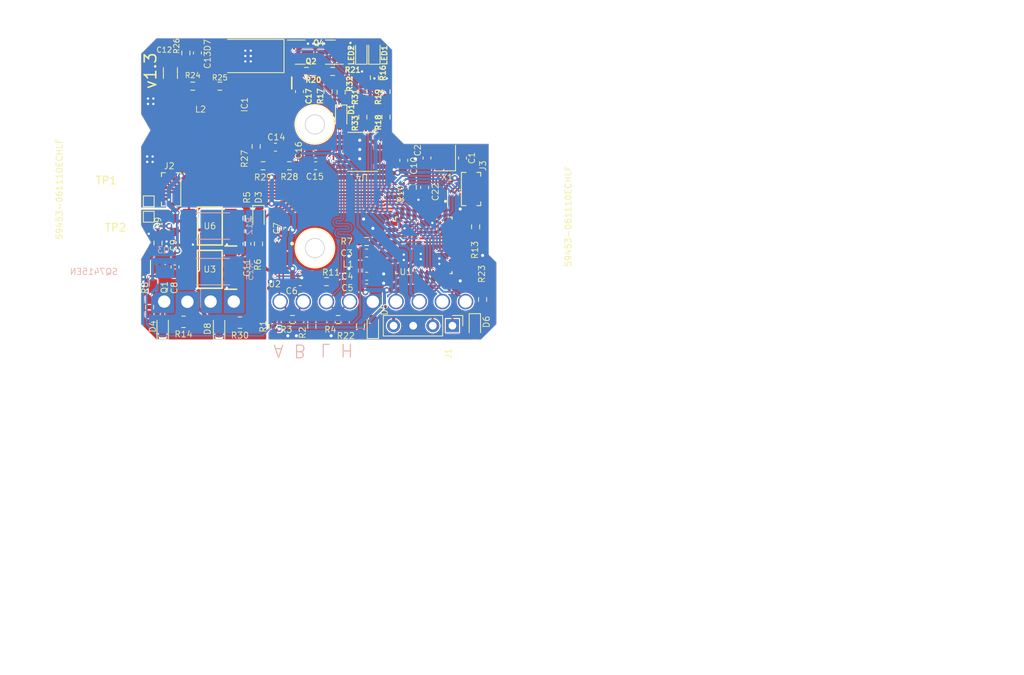
<source format=kicad_pcb>
(kicad_pcb (version 20211014) (generator pcbnew)
  (layers (0 "F.Cu" signal) (31 "B.Cu" signal) (34 "B.Paste" user) (35 "F.Paste" user) (36 "B.SilkS" user "B.Silkscreen") (37 "F.SilkS" user "F.Silkscreen") (38 "B.Mask" user) (39 "F.Mask" user) (44 "Edge.Cuts" user))
  (net 0 "")
  (net 1 "GND")
  (net 2 "Net-(C3-Pad1)")
  (net 3 "Net-(C22-Pad1)")
  (net 4 "Net-(Q1-Pad1)")
  (net 5 "Net-(Q1-Pad2)")
  (net 6 "Net-(Q1-Pad3)")
  (net 7 "+24V")
  (net 8 "/MOTOR_POWER")
  (net 9 "/RS485-")
  (net 10 "/RS485+")
  (net 11 "/CAN+")
  (net 12 "/CAN-")
  (net 13 "/VOLTAGE")
  (net 14 "/POWERON")
  (net 15 "Net-(R13-Pad1)")
  (net 16 "/CS1")
  (net 17 "/CS2")
  (net 18 "/SPI_CLK")
  (net 19 "/SPI_MISO")
  (net 20 "/SPI_MOSI")
  (net 21 "/RS485_DE")
  (net 22 "/RS485_TX")
  (net 23 "/CURR1")
  (net 24 "/CURR2")
  (net 26 "/CAN_RX")
  (net 27 "/CAN_TX")
  (net 28 "/SWDIO")
  (net 29 "/SWCLK")
  (net 30 "/MOTOR_1")
  (net 31 "/MOTOR_2")
  (net 32 "Net-(D1-Pad1)")
  (net 33 "/SAFETY")
  (net 34 "/SEC_IN")
  (net 35 "/SEC_OUT")
  (net 36 "Net-(LED1-Pad1)")
  (net 37 "Net-(LED2-Pad1)")
  (net 38 "+3V3")
  (net 42 "/RS485_RX")
  (net 43 "GNDPWR")
  (net 44 "Net-(R11-Pad2)")
  (net 45 "Net-(Q2-Pad1)")
  (net 46 "Net-(D4-Pad1)")
  (net 47 "Net-(D5-Pad1)")
  (net 48 "Net-(D6-Pad1)")
  (net 49 "/LED_ON")
  (net 50 "/UART_TX")
  (net 51 "/UART_RX")
  (net 52 "Net-(C13-Pad1)")
  (net 53 "Net-(C13-Pad2)")
  (net 54 "Net-(C14-Pad1)")
  (net 55 "Net-(C14-Pad2)")
  (net 56 "+12V")
  (net 57 "Net-(IC1-Pad4)")
  (net 58 "Net-(IC1-Pad5)")
  (net 59 "Net-(IC1-Pad6)")
  (net 60 "Net-(D8-Pad1)")
  (net 61 "/OSC_IN")
  (net 62 "/OSC_OUT")
  (net 63 "Net-(Q4-Pad1)")
  (net 64 "Net-(Q4-Pad3)")
  (footprint "GRIPPER_TWO_ADVANCED_CONTROL_BOARD:SOIC127P600X100-9N" (layer "F.Cu") (at 166 92.6 -90)
    (fp_text reference "IC1")
    (fp_text value "BD9G341AEFJ-E2" hide)
  )
  (footprint "footprints:R_0603_1608Metric_Pad0.98x0.95mm_HandSolder" (layer "F.Cu") (at 179.3 89.2 -90)
    (fp_text reference "R16")
    (fp_text value "1,5k")
  )
  (footprint "footprints:R_0603_1608Metric_Pad0.98x0.95mm_HandSolder" (layer "F.Cu") (at 180.8 91 90)
    (fp_text reference "R19")
    (fp_text value "10k")
  )
  (footprint "footprints:R_0805_2012Metric_Pad1.20x1.40mm_HandSolder" (layer "F.Cu") (at 154.6 120.8 180)
    (fp_text reference "R14")
    (fp_text value "4.7k")
  )
  (footprint "GRIPPER_TWO_ADVANCED_CONTROL_BOARD:SOT23" (layer "F.Cu") (at 150.7 114.9 180)
    (fp_text reference "Q1")
    (fp_text value "NPN-TRANSISTOR_SOT23")
  )
  (footprint "footprints:PinHeader_1x04_P2.54mm_Vertical" (layer "F.Cu") (at 189.4 121.3 -90)
    (fp_text reference "J1")
    (fp_text value "Conn_01x04_Male")
  )
  (footprint "footprints:C_0603_1608Metric_Pad1.08x0.95mm_HandSolder" (layer "F.Cu") (at 166.5 98.2)
    (fp_text reference "C14")
    (fp_text value "0,1uF")
  )
  (footprint "footprints:R_0603_1608Metric_Pad0.98x0.95mm_HandSolder" (layer "F.Cu") (at 192.4 108.5 90)
    (fp_text reference "R13")
    (fp_text value "100 K")
  )
  (footprint "GRIPPER_TWO_ADVANCED_CONTROL_BOARD:SOIC127P600X175-8N" (layer "F.Cu") (at 158.011 108.4 180)
    (fp_text reference "U6")
    (fp_text value "INA282AID" hide)
  )
  (footprint "footprints:C_0603_1608Metric_Pad1.08x0.95mm_HandSolder" (layer "F.Cu") (at 178.3 111.9 180)
    (fp_text reference "C3")
    (fp_text value "1uF")
  )
  (footprint "footprints:R_0603_1608Metric_Pad0.98x0.95mm_HandSolder" (layer "F.Cu") (at 164 98.1 -90)
    (fp_text reference "R27")
    (fp_text value "47k")
  )
  (footprint "footprints:R_0603_1608Metric_Pad0.98x0.95mm_HandSolder" (layer "F.Cu") (at 166.2 121.4 90)
    (fp_text reference "R1")
    (fp_text value "1k")
  )
  (footprint "footprints:C_0603_1608Metric_Pad1.08x0.95mm_HandSolder" (layer "F.Cu") (at 168.1 108.7 90)
    (fp_text reference "C7")
    (fp_text value "100 nF")
  )
  (footprint "footprints:R_0603_1608Metric_Pad0.98x0.95mm_HandSolder" (layer "F.Cu") (at 193.3 117.9 -90)
    (fp_text reference "R23")
    (fp_text value "4.5k")
  )
  (footprint "footprints:R_0603_1608Metric_Pad0.98x0.95mm_HandSolder" (layer "F.Cu") (at 177.8 94.3 -90)
    (fp_text reference "R33")
    (fp_text value "100")
  )
  (footprint "footprints:C_0603_1608Metric_Pad1.08x0.95mm_HandSolder" (layer "F.Cu") (at 185.8 103.4 90)
    (fp_text reference "C22")
    (fp_text value "100 nF")
  )
  (footprint "footprints:D_0603_1608Metric_Pad1.05x0.95mm_HandSolder" (layer "F.Cu") (at 179.1 121.3 90)
    (fp_text reference "D5")
    (fp_text value "GREEN")
  )
  (footprint "footprints:C_0603_1608Metric_Pad1.08x0.95mm_HandSolder" (layer "F.Cu") (at 186.1 99.6 90)
    (fp_text reference "C2")
    (fp_text value "6.8pF")
  )
  (footprint "footprints:R_0603_1608Metric_Pad0.98x0.95mm_HandSolder" (layer "F.Cu") (at 177.5 121.3 -90)
    (fp_text reference "R22")
    (fp_text value "4.5k")
  )
  (footprint "footprints:R_0603_1608Metric_Pad0.98x0.95mm_HandSolder" (layer "F.Cu") (at 168.7 120.5)
    (fp_text reference "R3")
    (fp_text value "120R")
  )
  (footprint "footprints:C_0603_1608Metric_Pad1.08x0.95mm_HandSolder" (layer "F.Cu") (at 171.7 99.1)
    (fp_text reference "C16")
    (fp_text value "10uF 16V")
  )
  (footprint "footprints:C_0603_1608Metric_Pad1.08x0.95mm_HandSolder" (layer "F.Cu") (at 169.6 91 90)
    (fp_text reference "C17")
    (fp_text value "100nF 16V")
  )
  (footprint "footprints:R_0603_1608Metric_Pad0.98x0.95mm_HandSolder" (layer "F.Cu") (at 178.3 110.4 180)
    (fp_text reference "R7")
    (fp_text value "1k")
  )
  (footprint "footprints:D_SMB_Handsoldering" (layer "F.Cu") (at 163 86.4 180)
    (fp_text reference "D7")
    (fp_text value "SMBJ16A-TR")
  )
  (footprint "footprints:D_0603_1608Metric_Pad1.05x0.95mm_HandSolder" (layer "F.Cu") (at 192.3 121.4 -90)
    (fp_text reference "D6")
    (fp_text value "BLUE")
  )
  (footprint "GRIPPER_TWO_ADVANCED_CONTROL_BOARD:QFP80P900X900X160-32N" (layer "F.Cu") (at 185.7 110.9 -90)
    (fp_text reference "U1")
    (fp_text value "STM32G431KBT6")
  )
  (footprint "GRIPPER_TWO_ADVANCED_CONTROL_BOARD:MPEV1D1040L330" (layer "F.Cu") (at 156.7 96.2)
    (fp_text reference "L2")
    (fp_text value "33uH, 3A")
  )
  (footprint "GRIPPER_TWO_ADVANCED_CONTROL_BOARD:59453-061110ECHLF" (layer "F.Cu") (at 151.74325 102.4)
    (fp_text reference "J2")
    (fp_text value "59453-061110ECHLF")
  )
  (footprint "footprints:R_0805_2012Metric_Pad1.20x1.40mm_HandSolder" (layer "F.Cu") (at 161.9 120.9 180)
    (fp_text reference "R30")
    (fp_text value "4.7k")
  )
  (footprint "footprints:C_0603_1608Metric_Pad1.08x0.95mm_HandSolder" (layer "F.Cu") (at 183.1 99.9 90)
    (fp_text reference "C10")
    (fp_text value "100 nF")
  )
  (footprint "footprints:D_0603_1608Metric_Pad1.05x0.95mm_HandSolder" (layer "F.Cu") (at 179.3 85.8 90)
    (fp_text reference "LED1")
    (fp_text value "RED")
  )
  (footprint "footprints:R_0603_1608Metric_Pad0.98x0.95mm_HandSolder" (layer "F.Cu") (at 150.2 118.9 -90)
    (fp_text reference "R8")
    (fp_text value "1k")
  )
  (footprint "footprints:TestPoint_Pad_1.0x1.0mm" (layer "F.Cu") (at 150.1 107.2)
    (fp_text reference "TP2")
    (fp_text value "TestPoint")
  )
  (footprint "footprints:R_0603_1608Metric_Pad0.98x0.95mm_HandSolder" (layer "F.Cu") (at 184.2 103.4 -90)
    (fp_text reference "R10")
    (fp_text value "100 K")
  )
  (footprint "footprints:C_0603_1608Metric_Pad1.08x0.95mm_HandSolder" (layer "F.Cu") (at 178.3 114.9)
    (fp_text reference "C4")
    (fp_text value "100nF")
  )
  (footprint "footprints:R_0603_1608Metric_Pad0.98x0.95mm_HandSolder" (layer "F.Cu") (at 171.2 121.4 -90)
    (fp_text reference "R2")
    (fp_text value "1k")
  )
  (footprint "footprints:SOT-23" (layer "F.Cu") (at 173.6 85.9 180)
    (fp_text reference "Q4")
    (fp_text value "BSS138")
  )
  (footprint "footprints:D_0603_1608Metric_Pad1.05x0.95mm_HandSolder" (layer "F.Cu") (at 159.2 121.4 90)
    (fp_text reference "D8")
    (fp_text value "GREEN")
  )
  (footprint "footprints:C_0603_1608Metric_Pad1.08x0.95mm_HandSolder" (layer "F.Cu") (at 171.7 100.6)
    (fp_text reference "C15")
    (fp_text value "10uF 16V")
  )
  (footprint "footprints:C_0603_1608Metric_Pad1.08x0.95mm_HandSolder" (layer "F.Cu") (at 156.4 86 90)
    (fp_text reference "C13")
    (fp_text value "6800pF")
  )
  (footprint "footprints:Crystal_SMD_2520-4Pin_2.5x2.0mm" (layer "F.Cu") (at 188.4 99.6 90)
    (fp_text reference "X1")
    (fp_text value "ECS-240-8-36B2-CKM-TR")
  )
  (footprint "footprints:R_0603_1608Metric_Pad0.98x0.95mm_HandSolder" (layer "F.Cu") (at 174.6 120.5 180)
    (fp_text reference "R4")
    (fp_text value "120R")
  )
  (footprint "footprints:C_0603_1608Metric_Pad1.08x0.95mm_HandSolder" (layer "F.Cu") (at 153.5 113.7 -90)
    (fp_text reference "C8")
    (fp_text value "100 nF")
  )
  (footprint "GRIPPER_TWO_ADVANCED_CONTROL_BOARD:59453-061110ECHLF" (layer "F.Cu") (at 193.05675 104.86 180)
    (fp_text reference "J3")
    (fp_text value "59453-061110ECHLF")
  )
  (footprint "footprints:D_0603_1608Metric_Pad1.05x0.95mm_HandSolder" (layer "F.Cu") (at 164.3 107.4 -90)
    (fp_text reference "D3")
    (fp_text value "BAT30K")
  )
  (footprint "footprints:R_0603_1608Metric_Pad0.98x0.95mm_HandSolder" (layer "F.Cu") (at 173.1 115.6 180)
    (fp_text reference "R11")
    (fp_text value "0")
  )
  (footprint "footprints:R_0603_1608Metric_Pad0.98x0.95mm_HandSolder" (layer "F.Cu") (at 170.5 88.4)
    (fp_text reference "R20")
    (fp_text value "100")
  )
  (footprint "footprints:C_0603_1608Metric_Pad1.08x0.95mm_HandSolder" (layer "F.Cu") (at 190.7 99.6 -90)
    (fp_text reference "C1")
    (fp_text value "6.8pF")
  )
  (footprint "footprints:R_0603_1608Metric_Pad0.98x0.95mm_HandSolder" (layer "F.Cu") (at 164.3 110.7 -90)
    (fp_text reference "R6")
    (fp_text value "4k")
  )
  (footprint "footprints:R_0603_1608Metric_Pad0.98x0.95mm_HandSolder" (layer "F.Cu") (at 173.3 91 90)
    (fp_text reference "R17")
    (fp_text value "1k")
  )
  (footprint "footprints:C_1206_3216Metric_Pad1.33x1.80mm_HandSolder" (layer "F.Cu") (at 152.9 88.6 90)
    (fp_text reference "C12")
    (fp_text value "100uF 6,3V")
  )
  (footprint "GRIPPER_TWO_ADVANCED_CONTROL_BOARD:SON50P300X300X100-11N-D" (layer "F.Cu") (at 167 112.6 -90)
    (fp_text reference "U2")
    (fp_text value "STR485LVQT" hide)
  )
  (footprint "Gripper FeeTech:SOIC127P599X175-8N" (layer "F.Cu") (at 177.8 98.8 180)
    (fp_text reference "U4")
    (fp_text value "TCAN332GD")
  )
  (footprint "footprints:R_0603_1608Metric_Pad0.98x0.95mm_HandSolder" (layer "F.Cu") (at 168.3 100.6 180)
    (fp_text reference "R28")
    (fp_text value "73,2k")
  )
  (footprint "footprints:R_0603_1608Metric_Pad0.98x0.95mm_HandSolder" (layer "F.Cu") (at 162.8 107.4 -90)
    (fp_text reference "R5")
    (fp_text value "47k")
  )
  (footprint "footprints:C_0603_1608Metric_Pad1.08x0.95mm_HandSolder" (layer "F.Cu") (at 178.3 116.4)
    (fp_text reference "C5")
    (fp_text value "100nF")
  )
  (footprint "footprints:R_0603_1608Metric_Pad0.98x0.95mm_HandSolder" (layer "F.Cu") (at 173.9 88.4)
    (fp_text reference "R21")
    (fp_text value "10k")
  )
  (footprint "footprints:R_0603_1608Metric_Pad0.98x0.95mm_HandSolder" (layer "F.Cu") (at 155.8 90.3)
    (fp_text reference "R24")
    (fp_text value "1,3k")
  )
  (footprint "footprints:D_0603_1608Metric_Pad1.05x0.95mm_HandSolder" (layer "F.Cu") (at 177.6 85.8 90)
    (fp_text reference "LED2")
    (fp_text value "GREEN")
  )
  (footprint "GRIPPER_TWO_ADVANCED_CONTROL_BOARD:SOIC127P600X175-8N" (layer "F.Cu") (at 158 114 180)
    (fp_text reference "U3")
    (fp_text value "INA282AID" hide)
  )
  (footprint "footprints:R_0603_1608Metric_Pad0.98x0.95mm_HandSolder" (layer "F.Cu") (at 151.3 110.6 -90)
    (fp_text reference "R9")
    (fp_text value "1k")
  )
  (footprint "Gripper FeeTech:0603" (layer "F.Cu") (at 178.3 113.4)
    (fp_text reference "L1")
    (fp_text value "10uH")
  )
  (footprint "footprints:D_0603_1608Metric_Pad1.05x0.95mm_HandSolder" (layer "F.Cu") (at 175 94.4 -90)
    (fp_text reference "D1")
    (fp_text value "BAT30K")
  )
  (footprint "footprints:D_0603_1608Metric_Pad1.05x0.95mm_HandSolder" (layer "F.Cu") (at 151.9 121.4 90)
    (fp_text reference "D4")
    (fp_text value "GREEN")
  )
  (footprint "footprints:R_0603_1608Metric_Pad0.98x0.95mm_HandSolder" (layer "F.Cu") (at 175 91.0875 -90)
    (fp_text reference "R32")
    (fp_text value "1,1k")
  )
  (footprint "footprints:R_0603_1608Metric_Pad0.98x0.95mm_HandSolder" (layer "F.Cu") (at 164.9 100.6 180)
    (fp_text reference "R29")
    (fp_text value "20k")
  )
  (footprint "footprints:R_0603_1608Metric_Pad0.98x0.95mm_HandSolder" (layer "F.Cu") (at 159.3 90.3)
    (fp_text reference "R25")
    (fp_text value "0,56k")
  )
  (footprint "footprints:C_0603_1608Metric_Pad1.08x0.95mm_HandSolder" (layer "F.Cu") (at 162.8 110.7 90)
    (fp_text reference "C11")
    (fp_text value "33nF")
  )
  (footprint "footprints:C_0603_1608Metric_Pad1.08x0.95mm_HandSolder" (layer "F.Cu") (at 169.7 115.6)
    (fp_text reference "C6")
    (fp_text value "100 nF")
  )
  (footprint "footprints:SOT-23" (layer "F.Cu") (at 169.7 85.9)
    (fp_text reference "Q2")
    (fp_text value "BSS138")
  )
  (footprint "footprints:R_0603_1608Metric_Pad0.98x0.95mm_HandSolder" (layer "F.Cu") (at 154.9 86 90)
    (fp_text reference "R26")
    (fp_text value "0,75k")
  )
  (footprint "footprints:R_0603_1608Metric_Pad0.98x0.95mm_HandSolder" (layer "F.Cu") (at 177.8 90.9875 -90)
    (fp_text reference "R31")
    (fp_text value "10k")
  )
  (footprint "footprints:R_0603_1608Metric_Pad0.98x0.95mm_HandSolder" (layer "F.Cu") (at 180.8 94.3 90)
    (fp_text reference "R18")
    (fp_text value "1k")
  )
  (footprint "footprints:C_0603_1608Metric_Pad1.08x0.95mm_HandSolder" (layer "F.Cu") (at 153.4 108.3 -90)
    (fp_text reference "C9")
    (fp_text value "100 nF")
  )
  (footprint "footprints:TestPoint_Pad_1.0x1.0mm" (layer "F.Cu") (at 150.1 105.2)
    (fp_text reference "TP1")
    (fp_text value "TestPoint")
  )
  (footprint "footprints:R_2512_6332Metric_Pad1.40x3.35mm_HandSolder" (layer "B.Cu") (at 158.4 114.3 180)
    (fp_text reference "R15")
    (fp_text value "R")
  )
  (footprint "footprints:R_2512_6332Metric_Pad1.40x3.35mm_HandSolder" (layer "B.Cu") (at 158.4 108.4 180)
    (fp_text reference "R12")
    (fp_text value "R")
  )
  (footprint "GRIPPER_TWO_ADVANCED_CONTROL_BOARD:DFN3.3X3.3" (layer "B.Cu") (at 153.8 116.4 180)
    (fp_text reference "Q3")
    (fp_text value "SQ7415EN")
  )
  (gr_circle locked (center 171.5989 111.2464) (end 169.0989 111.2464) (layer "F.SilkS") (width 0.1016) (fill none))
  (gr_circle locked (center 171.5989 95.2464) (end 169.0989 95.2464) (layer "F.SilkS") (width 0.1016) (fill none))
  (gr_line (start 149.0989 93.9104) (end 150.3079 96.0044) (layer "Edge.Cuts") (width 0.05))
  (gr_circle locked (center 171.5989 95.2514) (end 170.3489 95.2514) (layer "Edge.Cuts") (width 0.1) (fill none))
  (gr_line (start 180.0989 84.0964) (end 151.0989 84.0964) (layer "Edge.Cuts") (width 0.05))
  (gr_line (start 181.5989 85.5964) (end 181.5989 96.2464) (layer "Edge.Cuts") (width 0.05))
  (gr_line (start 150.3519 110.5014) (end 149.0989 112.6714) (layer "Edge.Cuts") (width 0.05))
  (gr_line (start 194.0989 112.0964) (end 195.0989 113.0964) (layer "Edge.Cuts") (width 0.05))
  (gr_line (start 149.0989 112.6714) (end 149.0989 121.0964) (layer "Edge.Cuts") (width 0.05))
  (gr_circle locked (center 171.5989 111.2514) (end 170.3489 111.2514) (layer "Edge.Cuts") (width 0.1) (fill none))
  (gr_line (start 151.0989 84.0964) (end 149.0989 86.0964) (layer "Edge.Cuts") (width 0.05))
  (gr_line (start 149.0989 108.3314) (end 150.3519 110.5014) (layer "Edge.Cuts") (width 0.05))
  (gr_line (start 195.0989 121.0964) (end 195.0989 113.0964) (layer "Edge.Cuts") (width 0.05))
  (gr_line (start 151.0989 123.0964) (end 193.0989 123.0964) (layer "Edge.Cuts") (width 0.05))
  (gr_line (start 151.0989 123.0964) (end 149.0989 121.0964) (layer "Edge.Cuts") (width 0.05))
  (gr_line (start 183.0989 97.7464) (end 181.5989 96.2464) (layer "Edge.Cuts") (width 0.05))
  (gr_line (start 150.3079 96.0044) (end 149.0989 98.0994) (layer "Edge.Cuts") (width 0.05))
  (gr_line (start 149.0989 98.0994) (end 149.0989 108.3314) (layer "Edge.Cuts") (width 0.05))
  (gr_line (start 194.0989 112.0964) (end 194.1 97.7464) (layer "Edge.Cuts") (width 0.05))
  (gr_line (start 194.1 97.7464) (end 183.0989 97.7464) (layer "Edge.Cuts") (width 0.05))
  (gr_line (start 149.0989 86.0964) (end 149.0989 93.9104) (layer "Edge.Cuts") (width 0.05))
  (gr_line (start 195.0989 121.0964) (end 193.0989 123.0964) (layer "Edge.Cuts") (width 0.05))
  (gr_line (start 181.5989 85.5964) (end 180.0989 84.0964) (layer "Edge.Cuts") (width 0.05))
  (gr_text "A B" (at 166.1 123.6 -180) (layer "B.SilkS") (effects (font (size 1.63576 1.63576) (thickness 0.14224)) (justify left bottom mirror)))
  (gr_text "L H" (at 172.2 123.5 -180) (layer "B.SilkS") (effects (font (size 1.63576 1.63576) (thickness 0.14224)) (justify left bottom mirror)))
  (gr_text "v1.3" (at 151.2 90.8 90) (layer "F.SilkS") (effects (font (size 1.5 1.5) (thickness 0.2)) (justify left bottom)))
  (segment (start 165.9 114.2) (end 166 114.1) (width 0.38) (layer "F.Cu") (net 1))
  (segment (start 155.3 109.035) (end 155.835 109.035) (width 0.38) (layer "F.Cu") (net 1))
  (segment (start 164.3 111.6125) (end 164.3 112.93) (width 0.38) (layer "F.Cu") (net 1))
  (segment (start 156.4 110.971911) (end 156.4 114.026822) (width 0.38) (layer "F.Cu") (net 1))
  (segment (start 160.722 107.765) (end 160.722 109.035) (width 0.38) (layer "F.Cu") (net 1))
  (segment (start 164.3 111.6125) (end 162.85 111.6125) (width 0.38) (layer "F.Cu") (net 1))
  (segment (start 160.722 109.035) (end 161.161 109.035) (width 0.38) (layer "F.Cu") (net 1))
  (segment (start 164.33 112.93) (end 165.5 114.1) (width 0.38) (layer "F.Cu") (net 1))
  (segment (start 155.3 109.035) (end 153.5275 109.035) (width 0.38) (layer "F.Cu") (net 1))
  (segment (start 160.722 109.035) (end 160.587 108.9) (width 0.38) (layer "F.Cu") (net 1))
  (segment (start 160.711 113.365) (end 161.15 113.365) (width 0.38) (layer "F.Cu") (net 1))
  (segment (start 153.5275 109.035) (end 153.4 109.1625) (width 0.38) (layer "F.Cu") (net 1))
  (segment (start 164.3 112.93) (end 164.33 112.93) (width 0.38) (layer "F.Cu") (net 1))
  (segment (start 156.4 114.026822) (end 155.791822 114.635) (width 0.38) (layer "F.Cu") (net 1))
  (segment (start 156.405911 110.966) (end 156.4 110.971911) (width 0.38) (layer "F.Cu") (net 1))
  (segment (start 152.73488 108.401048) (end 152.73488 108.49738) (width 0.38) (layer "F.Cu") (net 1))
  (segment (start 161.161 109.035) (end 161.9 109.774) (width 0.38) (layer "F.Cu") (net 1))
  (segment (start 161.15 113.365) (end 162.8 111.715) (width 0.38) (layer "F.Cu") (net 1))
  (segment (start 155.435 108.9) (end 155.3 109.035) (width 0.38) (layer "F.Cu") (net 1))
  (segment (start 155.2165 114.5625) (end 155.289 114.635) (width 0.38) (layer "F.Cu") (net 1))
  (segment (start 155.791822 114.635) (end 155.289 114.635) (width 0.38) (layer "F.Cu") (net 1))
  (segment (start 156.405911 109.605911) (end 156.405911 110.966) (width 0.38) (layer "F.Cu") (net 1))
  (segment (start 153.4 114.5625) (end 155.2165 114.5625) (width 0.38) (layer "F.Cu") (net 1))
  (segment (start 151.3 108.6) (end 151.3 109.6875) (width 0.38) (layer "F.Cu") (net 1))
  (segment (start 161.9 109.774) (end 161.9 110.6625) (width 0.38) (layer "F.Cu") (net 1))
  (segment (start 160.587 108.9) (end 155.435 108.9) (width 0.38) (layer "F.Cu") (net 1))
  (segment (start 162.8 111.715) (end 162.8 111.5625) (width 0.38) (layer "F.Cu") (net 1))
  (segment (start 161.9 110.6625) (end 162.8 111.5625) (width 0.38) (layer "F.Cu") (net 1))
  (segment (start 165.5 114.1) (end 166 114.1) (width 0.38) (layer "F.Cu") (net 1))
  (segment (start 155.835 109.035) (end 156.405911 109.605911) (width 0.38) (layer "F.Cu") (net 1))
  (segment (start 152.73488 108.49738) (end 153.4 109.1625) (width 0.38) (layer "F.Cu") (net 1))
  (segment (start 162.85 111.6125) (end 162.8 111.5625) (width 0.38) (layer "F.Cu") (net 1))
  (segment (start 151.2 108.5) (end 151.3 108.6) (width 0.38) (layer "F.Cu") (net 1))
  (segment (start 165.9 115.5731) (end 165.9 114.2) (width 0.38) (layer "F.Cu") (net 1))
  (segment (start 160.711 114.635) (end 160.711 113.365) (width 0.38) (layer "F.Cu") (net 1))
  (via (at 162.6 87.1) (size 0.4) (drill 0.3) (layers "F.Cu" "B.Cu") (net 1))
  (via (at 150.6 100.1) (size 0.4) (drill 0.3) (layers "F.Cu" "B.Cu") (net 1))
  (via (at 177.4 97.3) (size 0.8) (drill 0.4) (layers "F.Cu" "B.Cu") (net 1))
  (via (at 185.3 112.7) (size 0.4) (drill 0.3) (layers "F.Cu" "B.Cu") (net 1))
  (via (at 172.1 84.8) (size 0.4) (drill 0.3) (layers "F.Cu" "B.Cu") (net 1))
  (via (at 165.9 115.5731) (size 0.8) (drill 0.4) (layers "F.Cu" "B.Cu") (net 1))
  (via (at 149.9 100.1) (size 0.4) (drill 0.3) (layers "F.Cu" "B.Cu") (net 1))
  (via (at 152.73488 108.401048) (size 0.8) (drill 0.4) (layers "F.Cu" "B.Cu") (net 1))
  (via (at 172.8 84.8) (size 0.4) (drill 0.3) (layers "F.Cu" "B.Cu") (net 1))
  (via (at 177.7 88.4) (size 0.4) (drill 0.3) (layers "F.Cu" "B.Cu") (net 1))
  (via (at 179.3 89.3) (size 0.4) (drill 0.3) (layers "F.Cu" "B.Cu") (net 1))
  (via (at 183.1 112.8) (size 0.4) (drill 0.3) (layers "F.Cu" "B.Cu") (net 1))
  (via (at 180.5 114.6) (size 0.8) (drill 0.4) (layers "F.Cu" "B.Cu") (net 1))
  (via (at 150.6 99.4) (size 0.4) (drill 0.3) (layers "F.Cu" "B.Cu") (net 1))
  (via (at 177.4 99.7) (size 0.8) (drill 0.4) (layers "F.Cu" "B.Cu") (net 1))
  (via (at 176.00382 113.9) (size 0.8) (drill 0.4) (layers "F.Cu" "B.Cu") (net 1))
  (via (at 171.4 84.8) (size 0.4) (drill 0.3) (layers "F.Cu" "B.Cu") (net 1))
  (via (at 193.3 112.2) (size 0.8) (drill 0.4) (layers "F.Cu" "B.Cu") (net 1))
  (via (at 150.7 91.9) (size 0.4) (drill 0.3) (layers "F.Cu" "B.Cu") (net 1))
  (via (at 162.6 86.4) (size 0.4) (drill 0.3) (layers "F.Cu" "B.Cu") (net 1))
  (via (at 151.2 108.5) (size 0.8) (drill 0.4) (layers "F.Cu" "B.Cu") (net 1))
  (via (at 186.8 108) (size 0.4) (drill 0.3) (layers "F.Cu" "B.Cu") (net 1))
  (via (at 183.1 112.1) (size 0.4) (drill 0.3) (layers "F.Cu" "B.Cu") (net 1))
  (via (at 185 105) (size 0.4) (drill 0.3) (layers "F.Cu" "B.Cu") (net 1))
  (via (at 170.7 84.8) (size 0.4) (drill 0.3) (layers "F.Cu" "B.Cu") (net 1))
  (via (at 190.4 106.2) (size 0.8) (drill 0.4) (layers "F.Cu" "B.Cu") (net 1))
  (via (at 176.00382 112.3) (size 0.8) (drill 0.4) (layers "F.Cu" "B.Cu") (net 1))
  (via (at 176.2 84.7) (size 0.4) (drill 0.3) (layers "F.Cu" "B.Cu") (net 1))
  (via (at 190.4 115.5) (size 0.8) (drill 0.4) (layers "F.Cu" "B.Cu") (net 1))
  (via (at 183.2 108.7) (size 0.4) (drill 0.3) (layers "F.Cu" "B.Cu") (net 1))
  (via (at 185.3 112) (size 0.4) (drill 0.3) (layers "F.Cu" "B.Cu") (net 1))
  (via (at 163.3 85.7) (size 0.4) (drill 0.3) (layers "F.Cu" "B.Cu") (net 1))
  (via (at 163.3 87.1) (size 0.4) (drill 0.3) (layers "F.Cu" "B.Cu") (net 1))
  (via (at 150.7 92.6) (size 0.4) (drill 0.3) (layers "F.Cu" "B.Cu") (net 1))
  (via (at 149.9 99.4) (size 0.4) (drill 0.3) (layers "F.Cu" "B.Cu") (net 1))
  (via (at 163.3 86.4) (size 0.4) (drill 0.3) (layers "F.Cu" "B.Cu") (net 1))
  (via (at 150 91.9) (size 0.4) (drill 0.3) (layers "F.Cu" "B.Cu") (net 1))
  (via (at 173.7 122.6) (size 0.8) (drill 0.4) (layers "F.Cu" "B.Cu") (net 1))
  (via (at 177.4 98.5) (size 0.8) (drill 0.4) (layers "F.Cu" "B.Cu") (net 1))
  (via (at 169.2 122.6) (size 0.8) (drill 0.4) (layers "F.Cu" "B.Cu") (net 1))
  (via (at 176.2 85.4) (size 0.4) (drill 0.3) (layers "F.Cu" "B.Cu") (net 1))
  (via (at 187.7 113.3) (size 0.4) (drill 0.3) (layers "F.Cu" "B.Cu") (net 1))
  (via (at 187.7 112.6) (size 0.4) (drill 0.3) (layers "F.Cu" "B.Cu") (net 1))
  (via (at 180.9 89.3) (size 0.4) (drill 0.3) (layers "F.Cu" "B.Cu") (net 1))
  (via (at 179.1 108.7) (size 0.8) (drill 0.4) (layers "F.Cu" "B.Cu") (net 1))
  (via (at 167.8 108.6) (size 0.3) (drill 0.2) (layers "F.Cu" "B.Cu") (net 1))
  (via (at 177.9 107.5) (size 0.8) (drill 0.4) (layers "F.Cu" "B.Cu") (net 1))
  (via (at 150 92.6) (size 0.4) (drill 0.3) (layers "F.Cu" "B.Cu") (net 1))
  (via (at 168.1 122.6) (size 0.8) (drill 0.4) (layers "F.Cu" "B.Cu") (net 1))
  (via locked (at 179.1 118.2) (size 2.0064) (drill 1.6) (layers "F.Cu" "B.Cu") (net 1))
  (via (at 180.5 115.8) (size 0.8) (drill 0.4) (layers "F.Cu" "B.Cu") (net 1))
  (via (at 169.9 115.1) (size 0.8) (drill 0.4) (layers "F.Cu" "B.Cu") (net 1))
  (via (at 162.6 85.7) (size 0.4) (drill 0.3) (layers "F.Cu" "B.Cu") (net 1))
  (via (at 184.6 99.7) (size 0.8) (drill 0.4) (layers "F.Cu" "B.Cu") (net 1))
  (segment (start 152.73488 108.401048) (end 151.298952 108.401048) (width 0.38) (layer "B.Cu") (net 1))
  (segment (start 151.298952 108.401048) (end 151.2 108.5) (width 0.38) (layer "B.Cu") (net 1))
  (segment (start 180.5 112.9) (end 181.52 112.9) (width 0.25) (layer "F.Cu") (net 2))
  (segment (start 179.7 112.1) (end 180.5 112.9) (width 0.25) (layer "F.Cu") (net 2))
  (segment (start 179.1625 112.1) (end 179.7 112.1) (width 0.25) (layer "F.Cu") (net 2))
  (segment (start 179.15 113.4) (end 179.15 112.1125) (width 0.25) (layer "F.Cu") (net 2))
  (segment (start 179.15 112.1125) (end 179.1625 112.1) (width 0.25) (layer "F.Cu") (net 2))
  (segment (start 184.2 104.3125) (end 184.2875 104.4) (width 0.25) (layer "F.Cu") (net 3))
  (segment (start 184.2875 104.4) (end 185.9375 104.4) (width 0.25) (layer "F.Cu") (net 3))
  (segment (start 186.1 104.5625) (end 186.1 106.72) (width 0.25) (layer "F.Cu") (net 3))
  (segment (start 185.9375 104.4) (end 186.1 104.5625) (width 0.25) (layer "F.Cu") (net 3))
  (segment (start 150.177965 114.876911) (end 150.973089 114.876911) (width 0.25) (layer "F.Cu") (net 4))
  (segment (start 177.3 111) (end 177.3 110.4875) (width 0.25) (layer "F.Cu") (net 4))
  (segment (start 150.088719 114.966157) (end 150.177965 114.876911) (width 0.25) (layer "F.Cu") (net 4))
  (segment (start 150.973089 114.876911) (end 151.95 113.9) (width 0.25) (layer "F.Cu") (net 4))
  (segment (start 177.3 110.4875) (end 177.3875 110.4) (width 0.25) (layer "F.Cu") (net 4))
  (via (at 177.3 111) (size 0.3) (drill 0.2) (layers "F.Cu" "B.Cu") (net 4))
  (via (at 150.088719 114.966157) (size 0.4) (drill 0.3) (layers "F.Cu" "B.Cu") (net 4))
  (segment (start 166.358831 121.041169) (end 164.8 122.6) (width 0.25) (layer "B.Cu") (net 4))
  (segment (start 149.82308 116.502454) (end 150 116.325534) (width 0.25) (layer "B.Cu") (net 4))
  (segment (start 150 116.325534) (end 150 115.054876) (width 0.25) (layer "B.Cu") (net 4))
  (segment (start 176.458831 121.041169) (end 166.358831 121.041169) (width 0.25) (layer "B.Cu") (net 4))
  (segment (start 149.82308 121.12308) (end 149.82308 116.502454) (width 0.25) (layer "B.Cu") (net 4))
  (segment (start 177.465239 120.034761) (end 176.458831 121.041169) (width 0.25) (layer "B.Cu") (net 4))
  (segment (start 177.465239 111.165239) (end 177.465239 120.034761) (width 0.25) (layer "B.Cu") (net 4))
  (segment (start 151.3 122.6) (end 149.82308 121.12308) (width 0.25) (layer "B.Cu") (net 4))
  (segment (start 150 115.054876) (end 150.088719 114.966157) (width 0.25) (layer "B.Cu") (net 4))
  (segment (start 177.3 111) (end 177.465239 111.165239) (width 0.25) (layer "B.Cu") (net 4))
  (segment (start 164.8 122.6) (end 151.3 122.6) (width 0.25) (layer "B.Cu") (net 4))
  (segment (start 150.05 113.9) (end 150.05 112.7625) (width 0.4) (layer "F.Cu") (net 5))
  (segment (start 150.05 112.7625) (end 151.3 111.5125) (width 0.4) (layer "F.Cu") (net 5))
  (segment (start 150.3 117.2) (end 149.9 117.6) (width 0.4) (layer "F.Cu") (net 6))
  (segment (start 150.3 116.4) (end 150.7 116) (width 0.4) (layer "F.Cu") (net 6))
  (segment (start 149.9 117.6) (end 149.9 117.9875) (width 0.4) (layer "F.Cu") (net 6))
  (segment (start 150.3 117.2) (end 150.3 116.4) (width 0.4) (layer "F.Cu") (net 6))
  (via (at 150.3 117.2) (size 0.4) (drill 0.3) (layers "F.Cu" "B.Cu") (net 6))
  (segment (start 151.15 116.35) (end 151.2 116.35) (width 0.4) (layer "B.Cu") (net 6))
  (segment (start 150.3 117.2) (end 151.15 116.35) (width 0.4) (layer "B.Cu") (net 6))
  (segment (start 151.9 118.3772) (end 152.1 118.1772) (width 0.4) (layer "F.Cu") (net 7))
  (segment (start 150.2875 120.2) (end 151.575 120.2) (width 0.4) (layer "F.Cu") (net 7))
  (segment (start 151.575 120.2) (end 151.9 120.525) (width 0.4) (layer "F.Cu") (net 7))
  (segment (start 151.9 120.525) (end 151.9 118.3772) (width 0.4) (layer "F.Cu") (net 7))
  (segment (start 149.9 119.8125) (end 150.2875 120.2) (width 0.4) (layer "F.Cu") (net 7))
  (via locked (at 152.1 118.1772) (size 2.0064) (drill 1.6) (layers "F.Cu" "B.Cu") (net 7))
  (segment (start 156.365902 107.1) (end 156.365902 106.353009) (width 0.25) (layer "F.Cu") (net 8))
  (segment (start 159.2 120.525) (end 158.025 120.525) (width 0.4) (layer "F.Cu") (net 8))
  (segment (start 156.825822 105.893089) (end 162.205589 105.893089) (width 0.25) (layer "F.Cu") (net 8))
  (segment (start 155.705 115.905) (end 155.289 115.905) (width 0.25) (layer "F.Cu") (net 8))
  (segment (start 156.55 119.05) (end 156.55 116.75) (width 0.4) (layer "F.Cu") (net 8))
  (segment (start 156.3 116.5) (end 155.705 115.905) (width 0.25) (layer "F.Cu") (net 8))
  (segment (start 162.205589 105.893089) (end 162.8 106.4875) (width 0.25) (layer "F.Cu") (net 8))
  (segment (start 155.3 110.305) (end 155.316 110.305) (width 0.25) (layer "F.Cu") (net 8))
  (segment (start 155.316 110.305) (end 155.811 110.8) (width 0.25) (layer "F.Cu") (net 8))
  (segment (start 156.365902 106.353009) (end 156.825822 105.893089) (width 0.25) (layer "F.Cu") (net 8))
  (segment (start 158.025 120.525) (end 156.55 119.05) (width 0.4) (layer "F.Cu") (net 8))
  (segment (start 156.55 116.75) (end 156.3 116.5) (width 0.4) (layer "F.Cu") (net 8))
  (via (at 156.365902 107.1) (size 0.4) (drill 0.3) (layers "F.Cu" "B.Cu") (net 8))
  (via (at 155.811 110.8) (size 0.4) (drill 0.3) (layers "F.Cu" "B.Cu") (net 8))
  (via (at 156.3 116.5) (size 0.4) (drill 0.3) (layers "F.Cu" "B.Cu") (net 8))
  (segment (start 167 116.95) (end 167 118.0772) (width 0.2) (layer "F.Cu") (net 9))
  (segment (start 165.741168 116.675) (end 166.775 116.675) (width 0.2) (layer "F.Cu") (net 9))
  (segment (start 167 118.0772) (end 167.1 118.1772) (width 0.2) (layer "F.Cu") (net 9))
  (segment (start 166.2 120.4875) (end 167.775 120.4875) (width 0.2) (layer "F.Cu") (net 9))
  (segment (start 167 116.9) (end 167 116.95) (width 0.2) (layer "F.Cu") (net 9))
  (segment (start 167.7875 120.5) (end 167.7875 118.8647) (width 0.2) (layer "F.Cu") (net 9))
  (segment (start 167 114.1) (end 167 116) (width 0.2) (layer "F.Cu") (net 9))
  (segment (start 167.7875 118.8647) (end 167.1 118.1772) (width 0.2) (layer "F.Cu") (net 9))
  (segment (start 167.775 120.4875) (end 167.7875 120.5) (width 0.2) (layer "F.Cu") (net 9))
  (segment (start 166.775 116.225) (end 165.741168 116.225) (width 0.2) (layer "F.Cu") (net 9))
  (via locked (at 167.1 118.1772) (size 2.0064) (drill 1.6) (layers "F.Cu" "B.Cu") (net 9))
  (arc (start 167 116) (mid 166.934099 116.159099) (end 166.775 116.225) (width 0.2) (layer "F.Cu") (net 9))
  (arc (start 165.741168 116.225) (mid 165.582069 116.290901) (end 165.516168 116.45) (width 0.2) (layer "F.Cu") (net 9))
  (arc (start 165.516168 116.45) (mid 165.582069 116.609099) (end 165.741168 116.675) (width 0.2) (layer "F.Cu") (net 9))
  (arc (start 166.775 116.675) (mid 166.934099 116.740901) (end 167 116.9) (width 0.2) (layer "F.Cu") (net 9))
  (segment (start 169.6125 120.5) (end 169.6125 118.6647) (width 0.2) (layer "F.Cu") (net 10))
  (segment (start 169.6125 120.5) (end 171.1875 120.5) (width 0.2) (layer "F.Cu") (net 10))
  (segment (start 169.6125 118.6647) (end 170.1 118.1772) (width 0.2) (layer "F.Cu") (net 10))
  (segment (start 167.5 115.5772) (end 170.1 118.1772) (width 0.2) (layer "F.Cu") (net 10))
  (segment (start 167.5 114.1) (end 167.5 115.5772) (width 0.2) (layer "F.Cu") (net 10))
  (segment (start 171.1875 120.5) (end 171.2 120.4875) (width 0.2) (layer "F.Cu") (net 10))
  (via locked (at 170.1 118.1772) (size 2.0064) (drill 1.6) (layers "F.Cu" "B.Cu") (net 10))
  (segment (start 175.5125 120.5) (end 174.825001 119.812501) (width 0.2) (layer "F.Cu") (net 11))
  (segment (start 174.920001 99.025001) (end 174.274999 99.025001) (width 0.2) (layer "F.Cu") (net 11))
  (segment (start 175.33 99.435) (end 174.920001 99.025001) (width 0.2) (layer "F.Cu") (net 11))
  (segment (start 174 99.3) (end 174 99.88891) (width 0.2) (layer "F.Cu") (net 11))
  (segment (start 174.274999 99.025001) (end 174 99.3) (width 0.2) (layer "F.Cu") (net 11))
  (segment (start 174.825001 119.452199) (end 176.1 118.1772) (width 0.2) (layer "F.Cu") (net 11))
  (segment (start 174.825001 119.812501) (end 174.825001 119.452199) (width 0.2) (layer "F.Cu") (net 11))
  (segment (start 174 99.88891) (end 173.894455 99.994455) (width 0.2) (layer "F.Cu") (net 11))
  (via locked (at 176.1 118.1772) (size 2.0064) (drill 1.6) (layers "F.Cu" "B.Cu") (net 11))
  (via (at 173.894455 99.994455) (size 0.4) (drill 0.3) (layers "F.Cu" "B.Cu") (net 11))
  (via (at 173.894455 99.994455) (size 0.4) (drill 0.3) (layers "F.Cu" "B.Cu") (net 11))
  (segment (start 174.8238 108.08052) (end 175.862779 108.08052) (width 0.2) (layer "B.Cu") (net 11))
  (segment (start 175.35192 109.13676) (end 174.69349 109.13676) (width 0.2) (layer "B.Cu") (net 11))
  (segment (start 175.862779 109.13676) (end 175.35192 109.13676) (width 0.2) (layer "B.Cu") (net 11))
  (segment (start 173.823744 99.994455) (end 175.35192 101.522631) (width 0.2) (layer "B.Cu") (net 11))
  (segment (start 175 109.48916) (end 175.862779 109.48916) (width 0.2) (layer "B.Cu") (net 11))
  (segment (start 175.35192 117.42912) (end 176.1 118.1772) (width 0.2) (layer "B.Cu") (net 11))
  (segment (start 174.562941 109.267309) (end 174.562941 109.358611) (width 0.2) (layer "B.Cu") (net 11))
  (segment (start 174.69349 109.48916) (end 175 109.48916) (width 0.2) (layer "B.Cu") (net 11))
  (segment (start 174.489141 108.08052) (end 174.8238 108.08052) (width 0.2) (layer "B.Cu") (net 11))
  (segment (start 175.35192 111.547035) (end 175.35192 117.42912) (width 0.2) (layer "B.Cu") (net 11))
  (segment (start 175.35192 101.522631) (end 175.35192 107.2) (width 0.2) (layer "B.Cu") (net 11))
  (segment (start 175.862779 110.5454) (end 175.52812 110.5454) (width 0.2) (layer "B.Cu") (net 11))
  (segment (start 173.894455 99.994455) (end 173.823744 99.994455) (width 0.2) (layer "B.Cu") (net 11))
  (segment (start 174.8238 107.72812) (end 174.489141 107.72812) (width 0.2) (layer "B.Cu") (net 11))
  (segment (start 175.35192 110.7216) (end 175.35192 111.547035) (width 0.2) (layer "B.Cu") (net 11))
  (arc (start 175.52812 110.5454) (mid 175.403528 110.597008) (end 175.35192 110.7216) (width 0.2) (layer "B.Cu") (net 11))
  (arc (start 174.489141 107.72812) (mid 174.364549 107.779728) (end 174.312941 107.90432) (width 0.2) (layer "B.Cu") (net 11))
  (arc (start 174.69349 109.13676) (mid 174.601178 109.174997) (end 174.562941 109.267309) (width 0.2) (layer "B.Cu") (net 11))
  (arc (start 174.312941 107.90432) (mid 174.364549 108.028912) (end 174.489141 108.08052) (width 0.2) (layer "B.Cu") (net 11))
  (arc (start 176.390899 110.01728) (mid 176.236216 110.390717) (end 175.862779 110.5454) (width 0.2) (layer "B.Cu") (net 11))
  (arc (start 175.35192 107.2) (mid 175.197237 107.573437) (end 174.8238 107.72812) (width 0.2) (layer "B.Cu") (net 11))
  (arc (start 176.390899 108.60864) (mid 176.236216 108.982077) (end 175.862779 109.13676) (width 0.2) (layer "B.Cu") (net 11))
  (arc (start 174.562941 109.358611) (mid 174.601178 109.450923) (end 174.69349 109.48916) (width 0.2) (layer "B.Cu") (net 11))
  (arc (start 175.862779 109.48916) (mid 176.236216 109.643843) (end 176.390899 110.01728) (width 0.2) (layer "B.Cu") (net 11))
  (arc (start 175.862779 108.08052) (mid 176.236216 108.235203) (end 176.390899 108.60864) (width 0.2) (layer "B.Cu") (net 11))
  (segment (start 173.4 99.40231) (end 173.4 99.6) (width 0.2) (layer "F.Cu") (net 12))
  (segment (start 174.920001 98.574999) (end 174.227311 98.574999) (width 0.2) (layer "F.Cu") (net 12))
  (segment (start 173.6875 120.5) (end 174.374999 119.812501) (width 0.2) (layer "F.Cu") (net 12))
  (segment (start 174.374999 119.812501) (end 174.374999 119.452199) (width 0.2) (layer "F.Cu") (net 12))
  (segment (start 175.33 98.165) (end 174.920001 98.574999) (width 0.2) (layer "F.Cu") (net 12))
  (segment (start 174.227311 98.574999) (end 173.4 99.40231) (width 0.2) (layer "F.Cu") (net 12))
  (segment (start 174.374999 119.452199) (end 173.1 118.1772) (width 0.2) (layer "F.Cu") (net 12))
  (via (at 173.4 99.6) (size 0.4) (drill 0.3) (layers "F.Cu" "B.Cu") (net 12))
  (via locked (at 173.1 118.1772) (size 2.0064) (drill 1.6) (layers "F.Cu" "B.Cu") (net 12))
  (via (at 173.4 99.6) (size 0.4) (drill 0.3) (layers "F.Cu" "B.Cu") (net 12))
  (segment (start 174.8238 107.3762) (end 174.489141 107.3762) (width 0.2) (layer "B.Cu") (net 12))
  (segment (start 175.862779 110.19348) (end 175.52812 110.19348) (width 0.2) (layer "B.Cu") (net 12))
  (segment (start 174.211021 109.267309) (end 174.211021 109.358611) (width 0.2) (layer "B.Cu") (net 12))
  (segment (start 173.4 100.140225) (end 173.4 99.6) (width 0.2) (layer "B.Cu") (net 12))
  (segment (start 174.489141 108.43244) (end 175.862779 108.43244) (width 0.2) (layer "B.Cu") (net 12))
  (segment (start 174.69349 109.84108) (end 175.862779 109.84108) (width 0.2) (layer "B.Cu") (net 12))
  (segment (start 175 101.668401) (end 175 107.2) (width 0.2) (layer "B.Cu") (net 12))
  (segment (start 174.8658 101.534201) (end 175 101.668401) (width 0.2) (layer "B.Cu") (net 12))
  (segment (start 173.1228 118.1772) (end 173.1 118.1772) (width 0.2) (layer "B.Cu") (net 12))
  (segment (start 173.4 100.140225) (end 174.793976 101.534201) (width 0.2) (layer "B.Cu") (net 12))
  (segment (start 174.793976 101.534201) (end 174.8658 101.534201) (width 0.2) (layer "B.Cu") (net 12))
  (segment (start 175 110.7216) (end 175 116.3) (width 0.2) (layer "B.Cu") (net 12))
  (segment (start 175.862779 108.78484) (end 174.69349 108.78484) (width 0.2) (layer "B.Cu") (net 12))
  (segment (start 175 116.3) (end 173.1228 118.1772) (width 0.2) (layer "B.Cu") (net 12))
  (arc (start 174.211021 109.358611) (mid 174.352333 109.699768) (end 174.69349 109.84108) (width 0.2) (layer "B.Cu") (net 12))
  (arc (start 175.52812 110.19348) (mid 175.154683 110.348163) (end 175 110.7216) (width 0.2) (layer "B.Cu") (net 12))
  (arc (start 176.038979 110.01728) (mid 175.987371 110.141872) (end 175.862779 110.19348) (width 0.2) (layer "B.Cu") (net 12))
  (arc (start 176.038979 108.60864) (mid 175.987371 108.733232) (end 175.862779 108.78484) (width 0.2) (layer "B.Cu") (net 12))
  (arc (start 173.961021 107.90432) (mid 174.115704 108.277757) (end 174.489141 108.43244) (width 0.2) (layer "B.Cu") (net 12))
  (arc (start 174.69349 108.78484) (mid 174.352333 108.926152) (end 174.211021 109.267309) (width 0.2) (layer "B.Cu") (net 12))
  (arc (start 175 107.2) (mid 174.948392 107.324592) (end 174.8238 107.3762) (width 0.2) (layer "B.Cu") (net 12))
  (arc (start 175.862779 109.84108) (mid 175.987371 109.892688) (end 176.038979 110.01728) (width 0.2) (layer "B.Cu") (net 12))
  (arc (start 174.489141 107.3762) (mid 174.115704 107.530883) (end 173.961021 107.90432) (width 0.2) (layer "B.Cu") (net 12))
  (arc (start 175.862779 108.43244) (mid 175.987371 108.484048) (end 176.038979 108.60864) (width 0.2) (layer "B.Cu") (net 12))
  (segment (start 180.505663 105.198081) (end 180.376833 105.326911) (width 0.25) (layer "F.Cu") (net 13))
  (segment (start 183.7684 105.6) (end 183.366482 105.198082) (width 0.25) (layer "F.Cu") (net 13))
  (segment (start 164.3 109.7875) (end 162.85 109.7875) (width 0.25) (layer "F.Cu") (net 13))
  (segment (start 164.2625 108.3125) (end 164.3 108.275) (width 0.25) (layer "F.Cu") (net 13))
  (segment (start 185.3 106.72) (end 185.3 105.8) (width 0.25) (layer "F.Cu") (net 13))
  (segment (start 180.023167 105.326911) (end 179.905856 105.2096) (width 0.25) (layer "F.Cu") (net 13))
  (segment (start 162.8 108.3125) (end 164.2625 108.3125) (width 0.25) (layer "F.Cu") (net 13))
  (segment (start 179.905856 105.2096) (end 167.2852 105.2096) (width 0.25) (layer "F.Cu") (net 13))
  (segment (start 185.1 105.6) (end 183.7684 105.6) (width 0.25) (layer "F.Cu") (net 13))
  (segment (start 162.85 109.7875) (end 162.8 109.8375) (width 0.25) (layer "F.Cu") (net 13))
  (segment (start 185.3 105.8) (end 185.1 105.6) (width 0.25) (layer "F.Cu") (net 13))
  (segment (start 183.366482 105.198082) (end 180.505663 105.198081) (width 0.25) (layer "F.Cu") (net 13))
  (segment (start 167.2852 105.2096) (end 164.3125 108.1823) (width 0.25) (layer "F.Cu") (net 13))
  (segment (start 164.3 108.2125) (end 164.3 109.7875) (width 0.25) (layer "F.Cu") (net 13))
  (segment (start 164.3125 108.1823) (end 164.3125 108.2) (width 0.25) (layer "F.Cu") (net 13))
  (segment (start 180.376833 105.326911) (end 180.023167 105.326911) (width 0.25) (layer "F.Cu") (net 13))
  (segment (start 164.3125 108.2) (end 164.3 108.2125) (width 0.25) (layer "F.Cu") (net 13))
  (segment (start 179.9125 111.3) (end 179.2125 110.6) (width 0.25) (layer "F.Cu") (net 14))
  (segment (start 181.52 111.3) (end 179.9125 111.3) (width 0.25) (layer "F.Cu") (net 14))
  (segment (start 192.4 109.4125) (end 191.8875 108.9) (width 0.25) (layer "F.Cu") (net 15))
  (segment (start 191.8875 108.9) (end 189.88 108.9) (width 0.25) (layer "F.Cu") (net 15))
  (segment (start 187.3769 111.6) (end 188.771744 111.6) (width 0.25) (layer "F.Cu") (net 16))
  (segment (start 152.6 102.4) (end 151.74325 102.4) (width 0.25) (layer "F.Cu") (net 16))
  (segment (start 181.808453 102.748109) (end 166.309189 102.748109) (width 0.25) (layer "F.Cu") (net 16))
  (segment (start 152.976911 102.776911) (end 152.6 102.4) (width 0.25) (layer "F.Cu") (net 16))
  (segment (start 188.771744 111.6) (end 189.271744 112.1) (width 0.25) (layer "F.Cu") (net 16))
  (segment (start 166.280387 102.776911) (end 152.976911 102.776911) (width 0.25) (layer "F.Cu") (net 16))
  (segment (start 166.309189 102.748109) (end 166.280387 102.776911) (width 0.25) (layer "F.Cu") (net 16))
  (segment (start 182.235364 103.17502) (end 181.808453 102.748109) (width 0.25) (layer "F.Cu") (net 16))
  (segment (start 189.271744 112.1) (end 189.88 112.1) (width 0.25) (layer "F.Cu") (net 16))
  (via (at 187.3769 111.6) (size 0.3) (drill 0.2) (layers "F.Cu" "B.Cu") (net 16))
  (via (at 182.235364 103.17502) (size 0.3) (drill 0.2) (layers "F.Cu" "B.Cu") (net 16))
  (segment (start 182.235364 103.17502) (end 182.60192 103.541576) (width 0.25) (layer "B.Cu") (net 16))
  (segment (start 187.3769 109.621705) (end 187.3769 111.6) (width 0.25) (layer "B.Cu") (net 16))
  (segment (start 182.60192 103.541576) (end 182.60192 104.846725) (width 0.25) (layer "B.Cu") (net 16))
  (segment (start 182.60192 104.846725) (end 187.3769 109.621705) (width 0.25) (layer "B.Cu") (net 16))
  (segment (start 193.7 110.2) (end 192.6 111.3) (width 0.25) (layer "F.Cu") (net 17))
  (segment (start 193.7 110.2) (end 193.7 105.50325) (width 0.25) (layer "F.Cu") (net 17))
  (segment (start 192.6 111.3) (end 189.88 111.3) (width 0.25) (layer "F.Cu") (net 17))
  (segment (start 193.7 105.50325) (end 193.05675 104.86) (width 0.25) (layer "F.Cu") (net 17))
  (segment (start 189.1 112.9) (end 189.88 112.9) (width 0.25) (layer "F.Cu") (net 18))
  (segment (start 183.539092 103.139092) (end 183.503763 103.139092) (width 0.25) (layer "F.Cu") (net 18))
  (segment (start 182.577055 104.0658) (end 180.6342 104.0658) (width 0.25) (layer "F.Cu") (net 18))
  (segment (start 190.265545 102.86) (end 193.05675 102.86) (width 0.25) (layer "F.Cu") (net 18))
  (segment (start 152.99616 104.00384) (end 152.6 104.4) (width 0.25) (layer "F.Cu") (net 18))
  (segment (start 188.9 112.7) (end 189.1 112.9) (width 0.25) (layer "F.Cu") (net 18))
  (segment (start 179.950029 104.00384) (end 152.99616 104.00384) (width 0.25) (layer "F.Cu") (net 18))
  (segment (start 152.6 104.4) (end 151.74325 104.4) (width 0.25) (layer "F.Cu") (net 18))
  (segment (start 180 103.953869) (end 179.950029 104.00384) (width 0.25) (layer "F.Cu") (net 18))
  (segment (start 189 104.125545) (end 190.265545 102.86) (width 0.25) (layer "F.Cu") (net 18))
  (segment (start 180.6342 104.0658) (end 180.522269 103.953869) (width 0.25) (layer "F.Cu") (net 18))
  (segment (start 183.503763 103.139092) (end 182.577055 104.0658) (width 0.25) (layer "F.Cu") (net 18))
  (segment (start 189 104.2) (end 189 104.125545) (width 0.25) (layer "F.Cu") (net 18))
  (segment (start 180.522269 103.953869) (end 180 103.953869) (width 0.25) (layer "F.Cu") (net 18))
  (via (at 188.9 112.7) (size 0.3) (drill 0.2) (layers "F.Cu" "B.Cu") (net 18))
  (via (at 189 104.2) (size 0.3) (drill 0.2) (layers "F.Cu" "B.Cu") (net 18))
  (via (at 183.539092 103.139092) (size 0.3) (drill 0.2) (layers "F.Cu" "B.Cu") (net 18))
  (segment (start 187.803811 111.603811) (end 187.803811 111.423167) (width 0.25) (layer "B.Cu") (net 18))
  (segment (start 187.803811 111.423167) (end 187.77882 111.398176) (width 0.25) (layer "B.Cu") (net 18))
  (segment (start 187.573089 109.249494) (end 187.573089 107.623167) (width 0.25) (layer "B.Cu") (net 18))
  (segment (start 188.9 112.7) (end 187.803811 111.603811) (width 0.25) (layer "B.Cu") (net 18))
  (segment (start 189 103.7684) (end 189 104.2) (width 0.25) (layer "B.Cu") (net 18))
  (segment (start 189 106.196256) (end 189 104.2) (width 0.25) (layer "B.Cu") (net 18))
  (segment (start 187.77882 109.455225) (end 187.573089 109.249494) (width 0.25) (layer "B.Cu") (net 18))
  (segment (start 183.955095 102.723089) (end 187.954689 102.723089) (width 0.25) (layer "B.Cu") (net 18))
  (segment (start 187.77882 111.398176) (end 187.77882 109.455225) (width 0.25) (layer "B.Cu") (net 18))
  (segment (start 187.954689 102.723089) (end 189 103.7684) (width 0.25) (layer "B.Cu") (net 18))
  (segment (start 187.573089 107.623167) (end 189 106.196256) (width 0.25) (layer "B.Cu") (net 18))
  (segment (start 183.539092 103.139092) (end 183.955095 102.723089) (width 0.25) (layer "B.Cu") (net 18))
  (segment (start 183.398708 109.7) (end 181.52 109.7) (width 0.25) (layer "F.Cu") (net 19))
  (segment (start 181.575009 103.150029) (end 166.475669 103.150029) (width 0.25) (layer "F.Cu") (net 19))
  (segment (start 181.6 103.17502) (end 181.575009 103.150029) (width 0.25) (layer "F.Cu") (net 19))
  (segment (start 166.475669 103.150029) (end 166.446867 103.178831) (width 0.25) (layer "F.Cu") (net 19))
  (segment (start 190.216501 104.116501) (end 190.46 104.36) (width 0.25) (layer "F.Cu") (net 19))
  (segment (start 184.9 107.81926) (end 184.9 108.198708) (width 0.25) (layer "F.Cu") (net 19))
  (segment (start 152.810431 103.178831) (end 152.5316 102.9) (width 0.25) (layer "F.Cu") (net 19))
  (segment (start 184.9 108.198708) (end 183.398708 109.7) (width 0.25) (layer "F.Cu") (net 19))
  (segment (start 166.446867 103.178831) (end 152.810431 103.178831) (width 0.25) (layer "F.Cu") (net 19))
  (segment (start 190.46 104.36) (end 193.05675 104.36) (width 0.25) (layer "F.Cu") (net 19))
  (segment (start 152.5316 102.9) (end 151.74325 102.9) (width 0.25) (layer "F.Cu") (net 19))
  (via (at 184.9 107.81926) (size 0.3) (drill 0.2) (layers "F.Cu" "B.Cu") (net 19))
  (via (at 181.6 103.17502) (size 0.3) (drill 0.2) (layers "F.Cu" "B.Cu") (net 19))
  (via (at 190.216501 104.116501) (size 0.3) (drill 0.2) (layers "F.Cu" "B.Cu") (net 19))
  (segment (start 182.2 105.1) (end 184.9 107.8) (width 0.25) (layer "B.Cu") (net 19))
  (segment (start 181.6 103.17502) (end 182.2 103.77502) (width 0.25) (layer "B.Cu") (net 19))
  (segment (start 190.216501 103.848101) (end 188.287651 101.919251) (width 0.25) (layer "B.Cu") (net 19))
  (segment (start 181.62498 103.17502) (end 181.6 103.17502) (width 0.25) (layer "B.Cu") (net 19))
  (segment (start 188.287651 101.919251) (end 182.880749 101.919251) (width 0.25) (layer "B.Cu") (net 19))
  (segment (start 184.9 107.8) (end 184.9 107.81926) (width 0.25) (layer "B.Cu") (net 19))
  (segment (start 182.2 103.77502) (end 182.2 105.1) (width 0.25) (layer "B.Cu") (net 19))
  (segment (start 190.216501 104.116501) (end 190.216501 103.848101) (width 0.25) (layer "B.Cu") (net 19))
  (segment (start 182.880749 101.919251) (end 181.62498 103.17502) (width 0.25) (layer "B.Cu") (net 19))
  (segment (start 183.1 102.974455) (end 182.472524 103.601931) (width 0.25) (layer "F.Cu") (net 20))
  (segment (start 152.850849 103.580751) (end 152.5316 103.9) (width 0.25) (layer "F.Cu") (net 20))
  (segment (start 166.613347 103.580751) (end 152.850849 103.580751) (width 0.25) (layer "F.Cu") (net 20))
  (segment (start 183.167108 110.5) (end 181.52 110.5) (width 0.25) (layer "F.Cu") (net 20))
  (segment (start 181.373185 103.551949) (end 166.642149 103.551949) (width 0.25) (layer "F.Cu") (net 20))
  (segment (start 190.369274 103.36) (end 193.05675 103.36) (width 0.25) (layer "F.Cu") (net 20))
  (segment (start 189.464636 104.264638) (end 190.369274 103.36) (width 0.25) (layer "F.Cu") (net 20))
  (segment (start 188 107.8) (end 187.06692 108.73308) (width 0.25) (layer "F.Cu") (net 20))
  (segment (start 184.934028 108.73308) (end 183.167108 110.5) (width 0.25) (layer "F.Cu") (net 20))
  (segment (start 182.472524 103.601931) (end 181.423167 103.601931) (width 0.25) (layer "F.Cu") (net 20))
  (segment (start 166.642149 103.551949) (end 166.613347 103.580751) (width 0.25) (layer "F.Cu") (net 20))
  (segment (start 181.423167 103.601931) (end 181.373185 103.551949) (width 0.25) (layer "F.Cu") (net 20))
  (segment (start 152.5316 103.9) (end 151.74325 103.9) (width 0.25) (layer "F.Cu") (net 20))
  (segment (start 187.06692 108.73308) (end 184.934028 108.73308) (width 0.25) (layer "F.Cu") (net 20))
  (segment (start 183.1 102.6) (end 183.1 102.974455) (width 0.25) (layer "F.Cu") (net 20))
  (via (at 183.1 102.6) (size 0.3) (drill 0.2) (layers "F.Cu" "B.Cu") (net 20))
  (via (at 188 107.8) (size 0.3) (drill 0.2) (layers "F.Cu" "B.Cu") (net 20))
  (via (at 189.464636 104.264638) (size 0.3) (drill 0.2) (layers "F.Cu" "B.Cu") (net 20))
  (segment (start 189.40192 104.401824) (end 189.40192 106.39808) (width 0.25) (layer "B.Cu") (net 20))
  (segment (start 188.12117 102.32117) (end 183.37883 102.32117) (width 0.25) (layer "B.Cu") (net 20))
  (segment (start 189.464636 104.339108) (end 189.40192 104.401824) (width 0.25) (layer "B.Cu") (net 20))
  (segment (start 189.40192 106.39808) (end 188 107.8) (width 0.25) (layer "B.Cu") (net 20))
  (segment (start 189.464636 103.664636) (end 188.12117 102.32117) (width 0.25) (layer "B.Cu") (net 20))
  (segment (start 189.464636 104.264638) (end 189.464636 104.339108) (width 0.25) (layer "B.Cu") (net 20))
  (segment (start 183.37883 102.32117) (end 183.1 102.6) (width 0.25) (layer "B.Cu") (net 20))
  (segment (start 189.464636 104.264638) (end 189.464636 103.664636) (width 0.25) (layer "B.Cu") (net 20))
  (segment (start 166.7 111.09) (end 166.72 111.11) (width 0.25) (layer "F.Cu") (net 21))
  (segment (start 184.5 107.4) (end 184.5 106.72) (width 0.25) (layer "F.Cu") (net 21))
  (segment (start 166.7 110.268904) (end 166.7 111.09) (width 0.25) (layer "F.Cu") (net 21))
  (segment (start 167.78464 106.41536) (end 167 107.2) (width 0.25) (layer "F.Cu") (net 21))
  (segment (start 179.406416 106.41536) (end 167.78464 106.41536) (width 0.25) (layer "F.Cu") (net 21))
  (segment (start 183 107.9) (end 184 107.9) (width 0.25) (layer "F.Cu") (net 21))
  (segment (start 179.523727 106.532671) (end 179.406416 106.41536) (width 0.25) (layer "F.Cu") (net 21))
  (segment (start 181.685755 106.532671) (end 179.523727 106.532671) (width 0.25) (layer "F.Cu") (net 21))
  (segment (start 167 107.2) (end 167 108.675019) (width 0.25) (layer "F.Cu") (net 21))
  (segment (start 184 107.9) (end 184.5 107.4) (width 0.25) (layer "F.Cu") (net 21))
  (segment (start 167 111.1) (end 166.5 111.1) (width 0.25) (layer "F.Cu") (net 21))
  (segment (start 167 108.675019) (end 167.024981 108.7) (width 0.25) (layer "F.Cu") (net 21))
  (segment (start 181.726542 106.573458) (end 181.685755 106.532671) (width 0.25) (layer "F.Cu") (net 21))
  (via (at 183 107.9) (size 0.3) (drill 0.2) (layers "F.Cu" "B.Cu") (net 21))
  (via (at 166.7 110.268904) (size 0.4) (drill 0.3) (layers "F.Cu" "B.Cu") (net 21))
  (via (at 167.024981 108.7) (size 0.4) (drill 0.3) (layers "F.Cu" "B.Cu") (net 21))
  (via (at 181.726542 106.573458) (size 0.3) (drill 0.2) (layers "F.Cu" "B.Cu") (net 21))
  (segment (start 167.024981 109.943923) (end 167.024981 108.7) (width 0.25) (layer "B.Cu") (net 21))
  (segment (start 181.726542 106.573458) (end 181.726542 106.608786) (width 0.25) (layer "B.Cu") (net 21))
  (segment (start 181.726542 106.608786) (end 183 107.882244) (width 0.25) (layer "B.Cu") (net 21))
  (segment (start 166.7 110.268904) (end 167.024981 109.943923) (width 0.25) (layer "B.Cu") (net 21))
  (segment (start 183 107.882244) (end 183 107.9) (width 0.25) (layer "B.Cu") (net 21))
  (segment (start 167.45168 105.61152) (end 166.1 106.9632) (width 0.25) (layer "F.Cu") (net 22))
  (segment (start 183.7 106.1) (end 183.200001 105.600001) (width 0.25) (layer "F.Cu") (net 22))
  (segment (start 180.543313 105.728831) (end 179.856687 105.728831) (width 0.25) (layer "F.Cu") (net 22))
  (segment (start 166.1 110.371178) (end 166 110.471178) (width 0.25) (layer "F.Cu") (net 22))
  (segment (start 180.672143 105.600001) (end 180.543313 105.728831) (width 0.25) (layer "F.Cu") (net 22))
  (segment (start 179.739376 105.61152) (end 167.45168 105.61152) (width 0.25) (layer "F.Cu") (net 22))
  (segment (start 166 110.471178) (end 166 111.1) (width 0.25) (layer "F.Cu") (net 22))
  (segment (start 179.856687 105.728831) (end 179.739376 105.61152) (width 0.25) (layer "F.Cu") (net 22))
  (segment (start 183.7 106.72) (end 183.7 106.1) (width 0.25) (layer "F.Cu") (net 22))
  (segment (start 183.200001 105.600001) (end 180.672143 105.600001) (width 0.25) (layer "F.Cu") (net 22))
  (segment (start 166.1 106.9632) (end 166.1 110.371178) (width 0.25) (layer "F.Cu") (net 22))
  (segment (start 181.52 107.58) (end 181.52 108.1) (width 0.25) (layer "F.Cu") (net 23))
  (segment (start 156.29232 104.80768) (end 155.3 105.8) (width 0.25) (layer "F.Cu") (net 23))
  (segment (start 180.2 104.9) (end 180.10768 104.80768) (width 0.25) (layer "F.Cu") (net 23))
  (segment (start 155.3 105.8) (end 155.3 106.495) (width 0.25) (layer "F.Cu") (net 23))
  (segment (start 181.522814 107.577186) (end 181.52 107.58) (width 0.25) (layer "F.Cu") (net 23))
  (segment (start 180.10768 104.80768) (end 156.29232 104.80768) (width 0.25) (layer "F.Cu") (net 23))
  (via (at 181.522814 107.577186) (size 0.3) (drill 0.2) (layers "F.Cu" "B.Cu") (net 23))
  (via (at 180.2 104.9) (size 0.3) (drill 0.2) (layers "F.Cu" "B.Cu") (net 23))
  (segment (start 181.522814 107.541858) (end 181.522814 107.577186) (width 0.25) (layer "B.Cu") (net 23))
  (segment (start 180.2 104.9) (end 180.2 106.219044) (width 0.25) (layer "B.Cu") (net 23))
  (segment (start 180.2 106.219044) (end 181.522814 107.541858) (width 0.25) (layer "B.Cu") (net 23))
  (segment (start 153.349412 106.223089) (end 152.057969 107.514532) (width 0.25) (layer "F.Cu") (net 24))
  (segment (start 152.057969 109.085468) (end 152.972501 110) (width 0.25) (layer "F.Cu") (net 24))
  (segment (start 152.972501 110) (end 153.194 110) (width 0.25) (layer "F.Cu") (net 24))
  (segment (start 180.40576 104.40576) (end 155.69424 104.40576) (width 0.25) (layer "F.Cu") (net 24))
  (segment (start 180.5 104.5) (end 180.40576 104.40576) (width 0.25) (layer "F.Cu") (net 24))
  (segment (start 182.512581 108.887419) (end 182.5 108.9) (width 0.25) (layer "F.Cu") (net 24))
  (segment (start 182.5 108.9) (end 181.52 108.9) (width 0.25) (layer "F.Cu") (net 24))
  (segment (start 155.69424 104.40576) (end 153.876911 106.223089) (width 0.25) (layer "F.Cu") (net 24))
  (segment (start 153.876911 106.223089) (end 153.349412 106.223089) (width 0.25) (layer "F.Cu") (net 24))
  (segment (start 181.52 108.9) (end 180.911744 108.9) (width 0.25) (layer "F.Cu") (net 24))
  (segment (start 153.194 110) (end 155.289 112.095) (width 0.25) (layer "F.Cu") (net 24))
  (segment (start 152.057969 107.514532) (end 152.057969 109.085468) (width 0.25) (layer "F.Cu") (net 24))
  (via (at 182.512581 108.887419) (size 0.3) (drill 0.2) (layers "F.Cu" "B.Cu") (net 24))
  (via (at 180.5 104.5) (size 0.3) (drill 0.2) (layers "F.Cu" "B.Cu") (net 24))
  (segment (start 180.660309 104.660309) (end 180.5 104.5) (width 0.25) (layer "B.Cu") (net 24))
  (segment (start 180.660324 104.660309) (end 180.660309 104.660309) (width 0.25) (layer "B.Cu") (net 24))
  (segment (start 182.5 107.950644) (end 180.939691 106.390335) (width 0.25) (layer "B.Cu") (net 24))
  (segment (start 180.939691 104.939676) (end 180.660324 104.660309) (width 0.25) (layer "B.Cu") (net 24))
  (segment (start 182.5 108.874838) (end 182.5 107.950644) (width 0.25) (layer "B.Cu") (net 24))
  (segment (start 182.512581 108.887419) (end 182.5 108.874838) (width 0.25) (layer "B.Cu") (net 24))
  (segment (start 180.939691 106.390335) (end 180.939691 104.939676) (width 0.25) (layer "B.Cu") (net 24))
  (segment (start 180.07 97.43) (end 180.07 96.895) (width 0.25) (layer "F.Cu") (net 26))
  (segment (start 186.1 114) (end 186.1 115.08) (width 0.25) (layer "F.Cu") (net 26))
  (segment (start 180 97.5) (end 180.07 97.43) (width 0.25) (layer "F.Cu") (net 26))
  (via (at 180 97.5) (size 0.3) (drill 0.2) (layers "F.Cu" "B.Cu") (net 26))
  (via (at 186.1 114) (size 0.3) (drill 0.2) (layers "F.Cu" "B.Cu") (net 26))
  (segment (start 181.341611 105.51404) (end 186.1 110.272429) (width 0.25) (layer "B.Cu") (net 26))
  (segment (start 181.341611 104.667156) (end 181.341611 105.51404) (width 0.25) (layer "B.Cu") (net 26))
  (segment (start 186.1 110.272429) (end 186.1 114) (width 0.25) (layer "B.Cu") (net 26))
  (segment (start 180.000001 103.325546) (end 181.341611 104.667156) (width 0.25) (layer "B.Cu") (net 26))
  (segment (start 180 97.5) (end 180.000001 103.325546) (width 0.25) (layer "B.Cu") (net 26))
  (segment (start 186.9 114) (end 186.9 115.08) (width 0.25) (layer "F.Cu") (net 27))
  (segment (start 180.5 100.2) (end 180.5 100.275) (width 0.25) (layer "F.Cu") (net 27))
  (segment (start 180.5 100.275) (end 180.07 100.705) (width 0.25) (layer "F.Cu") (net 27))
  (via (at 186.9 114) (size 0.3) (drill 0.2) (layers "F.Cu" "B.Cu") (net 27))
  (via (at 180.5 100.2) (size 0.3) (drill 0.2) (layers "F.Cu" "B.Cu") (net 27))
  (segment (start 186.50192 110.105949) (end 186.50192 113.60192) (width 0.25) (layer "B.Cu") (net 27))
  (segment (start 181.743531 104.500676) (end 181.743531 105.34756) (width 0.25) (layer "B.Cu") (net 27))
  (segment (start 181.743531 105.34756) (end 186.50192 110.105949) (width 0.25) (layer "B.Cu") (net 27))
  (segment (start 180.40192 103.159065) (end 181.743531 104.500676) (width 0.25) (layer "B.Cu") (net 27))
  (segment (start 186.50192 113.60192) (end 186.9 114) (width 0.25) (layer "B.Cu") (net 27))
  (segment (start 180.40192 100.29808) (end 180.40192 103.159065) (width 0.25) (layer "B.Cu") (net 27))
  (segment (start 180.5 100.2) (end 180.40192 100.29808) (width 0.25) (layer "B.Cu") (net 27))
  (segment (start 186.9 121.26) (end 186.86 121.3) (width 0.25) (layer "F.Cu") (net 28))
  (segment (start 187.7 115.08) (end 187.7 116.2) (width 0.25) (layer "F.Cu") (net 28))
  (segment (start 187.7 116.2) (end 186.819889 117.080111) (width 0.25) (layer "F.Cu") (net 28))
  (segment (start 186.819889 121.259889) (end 186.86 121.3) (width 0.25) (layer "F.Cu") (net 28))
  (segment (start 186.819889 117.080111) (end 186.819889 121.259889) (width 0.25) (layer "F.Cu") (net 28))
  (segment (start 189.4 117.1) (end 189.4 121.3) (width 0.25) (layer "F.Cu") (net 29))
  (segment (start 188.8 121.26) (end 188.76 121.3) (width 0.25) (layer "F.Cu") (net 29))
  (segment (start 188.5 115.08) (end 188.5 116.2) (width 0.25) (layer "F.Cu") (net 29))
  (segment (start 188.5 116.2) (end 189.4 117.1) (width 0.25) (layer "F.Cu") (net 29))
  (segment (start 160.706 110.305) (end 160.722 110.305) (width 0.25) (layer "F.Cu") (net 30))
  (segment (start 160.211 110.8) (end 160.706 110.305) (width 0.25) (layer "F.Cu") (net 30))
  (via (at 160.211 110.8) (size 0.4) (drill 0.3) (layers "F.Cu" "B.Cu") (net 30))
  (via locked (at 158.1 118.1772) (size 2.0064) (drill 1.6) (layers "F.Cu" "B.Cu") (net 30))
  (segment (start 160.695 115.905) (end 160.711 115.905) (width 0.25) (layer "F.Cu") (net 31))
  (segment (start 160.2 116.4) (end 160.695 115.905) (width 0.25) (layer "F.Cu") (net 31))
  (via (at 160.2 116.4) (size 0.4) (drill 0.3) (layers "F.Cu" "B.Cu") (net 31))
  (via locked (at 161.1 118.1772) (size 2.0064) (drill 1.6) (layers "F.Cu" "B.Cu") (net 31))
  (segment (start 175 93.184232) (end 175 93.525) (width 0.2) (layer "F.Cu") (net 32))
  (segment (start 174.715768 92.9) (end 175 93.184232) (width 0.2) (layer "F.Cu") (net 32))
  (segment (start 170.6375 85.9) (end 170.6375 87.35) (width 0.2) (layer "F.Cu") (net 32))
  (segment (start 170.4 89.1) (end 170.2875 89.1) (width 0.2) (layer "F.Cu") (net 32))
  (segment (start 170.6375 87.35) (end 169.5875 88.4) (width 0.2) (layer "F.Cu") (net 32))
  (segment (start 170.2875 89.1) (end 169.5875 88.4) (width 0.2) (layer "F.Cu") (net 32))
  (via (at 174.715768 92.9) (size 0.4) (drill 0.3) (layers "F.Cu" "B.Cu") (net 32))
  (via (at 170.4 89.1) (size 0.4) (drill 0.3) (layers "F.Cu" "B.Cu") (net 32))
  (segment (start 174.715768 92.315768) (end 171.5 89.1) (width 0.2) (layer "B.Cu") (net 32))
  (segment (start 174.715768 92.9) (end 174.715768 92.315768) (width 0.2) (layer "B.Cu") (net 32))
  (segment (start 171.5 89.1) (end 170.4 89.1) (width 0.2) (layer "B.Cu") (net 32))
  (segment (start 173.3 90.8) (end 173.3 90.0875) (width 0.4) (layer "F.Cu") (net 33))
  (segment (start 174.8 94.683565) (end 174.163868 94.047433) (width 0.4) (layer "F.Cu") (net 33))
  (segment (start 174.8 96.1) (end 174.8 94.683565) (width 0.4) (layer "F.Cu") (net 33))
  (segment (start 174.163868 91.455303) (end 173.781645 91.07308) (width 0.4) (layer "F.Cu") (net 33))
  (segment (start 174.163868 94.047433) (end 174.163868 91.455303) (width 0.4) (layer "F.Cu") (net 33))
  (segment (start 173.57308 91.07308) (end 173.3 90.8) (width 0.4) (layer "F.Cu") (net 33))
  (segment (start 173.781645 91.07308) (end 173.57308 91.07308) (width 0.4) (layer "F.Cu") (net 33))
  (via (at 174.8 96.1) (size 0.4) (drill 0.3) (layers "F.Cu" "B.Cu") (net 33))
  (via locked (at 185.1 118.1772) (size 2.0064) (drill 1.6) (layers "F.Cu" "B.Cu") (net 33))
  (segment (start 183.37692 110.97692) (end 182.755471 110.976919) (width 0.4) (layer "B.Cu") (net 33))
  (segment (start 178.02116 102.23097) (end 174.8 99.00981) (width 0.4) (layer "B.Cu") (net 33))
  (segment (start 184 111.6) (end 183.37692 110.97692) (width 0.4) (layer "B.Cu") (net 33))
  (segment (start 178.02116 105.964026) (end 178.02116 102.23097) (width 0.4) (layer "B.Cu") (net 33))
  (segment (start 184 117.1) (end 184 111.6) (width 0.4) (layer "B.Cu") (net 33))
  (segment (start 185.1 118.1772) (end 185.0772 118.1772) (width 0.4) (layer "B.Cu") (net 33))
  (segment (start 185.0772 118.1772) (end 184 117.1) (width 0.4) (layer "B.Cu") (net 33))
  (segment (start 174.8 99.00981) (end 174.8 96.1) (width 0.4) (layer "B.Cu") (net 33))
  (segment (start 181.20683 109.428278) (end 181.206831 109.149697) (width 0.4) (layer "B.Cu") (net 33))
  (segment (start 181.206831 109.149697) (end 178.02116 105.964026) (width 0.4) (layer "B.Cu") (net 33))
  (segment (start 182.755471 110.976919) (end 181.20683 109.428278) (width 0.4) (layer "B.Cu") (net 33))
  (segment (start 178.2 95.5125) (end 178 95.3125) (width 0.25) (layer "F.Cu") (net 34))
  (segment (start 178.2 96.3) (end 178.2 95.5125) (width 0.25) (layer "F.Cu") (net 34))
  (segment (start 185.6 110.5) (end 189.88 110.5) (width 0.25) (layer "F.Cu") (net 34))
  (via (at 185.6 110.5) (size 0.3) (drill 0.2) (layers "F.Cu" "B.Cu") (net 34))
  (via (at 178.2 96.3) (size 0.4) (drill 0.3) (layers "F.Cu" "B.Cu") (net 34))
  (segment (start 178.2 96.4) (end 178.2 96.3) (width 0.25) (layer "B.Cu") (net 34))
  (segment (start 185.6 110.5) (end 182.953018 110.5) (width 0.25) (layer "B.Cu") (net 34))
  (segment (start 178.498081 96.698081) (end 178.2 96.4) (width 0.25) (layer "B.Cu") (net 34))
  (segment (start 178.498081 105.766481) (end 178.498081 96.698081) (width 0.25) (layer "B.Cu") (net 34))
  (segment (start 181.68375 108.95215) (end 178.498081 105.766481) (width 0.25) (layer "B.Cu") (net 34))
  (segment (start 181.68375 109.230732) (end 181.68375 108.95215) (width 0.25) (layer "B.Cu") (net 34))
  (segment (start 182.953018 110.5) (end 181.68375 109.230732) (width 0.25) (layer "B.Cu") (net 34))
  (segment (start 179.303811 96.246813) (end 179.665687 96.246813) (width 0.25) (layer "F.Cu") (net 35))
  (segment (start 180.02692 85.65192) (end 179.3 84.925) (width 0.2) (layer "F.Cu") (net 35))
  (segment (start 189.273649 109.7) (end 189.88 109.7) (width 0.25) (layer "F.Cu") (net 35))
  (segment (start 179.665687 96.246813) (end 180.7 95.2125) (width 0.25) (layer "F.Cu") (net 35))
  (segment (start 185 110.0231) (end 185.0231 110) (width 0.25) (layer "F.Cu") (net 35))
  (segment (start 180.02692 94.43942) (end 180.02692 85.65192) (width 0.2) (layer "F.Cu") (net 35))
  (segment (start 185.0231 110) (end 188.973649 110) (width 0.25) (layer "F.Cu") (net 35))
  (segment (start 188.973649 110) (end 189.273649 109.7) (width 0.25) (layer "F.Cu") (net 35))
  (segment (start 180.8 95.2125) (end 180.02692 94.43942) (width 0.2) (layer "F.Cu") (net 35))
  (via (at 185 110.0231) (size 0.3) (drill 0.2) (layers "F.Cu" "B.Cu") (net 35))
  (via (at 179.303811 96.246813) (size 0.4) (drill 0.3) (layers "F.Cu" "B.Cu") (net 35))
  (segment (start 182.08567 109.064252) (end 182.08567 108.78567) (width 0.25) (layer "B.Cu") (net 35))
  (segment (start 182.08567 108.78567) (end 178.9 105.6) (width 0.25) (layer "B.Cu") (net 35))
  (segment (start 183.021418 110) (end 182.08567 109.064252) (width 0.25) (layer "B.Cu") (net 35))
  (segment (start 178.9 96.650624) (end 179.303811 96.246813) (width 0.25) (layer "B.Cu") (net 35))
  (segment (start 185 110.0231) (end 184.9769 110) (width 0.25) (layer "B.Cu") (net 35))
  (segment (start 178.9 105.6) (end 178.9 96.650624) (width 0.25) (layer "B.Cu") (net 35))
  (segment (start 184.9769 110) (end 183.021418 110) (width 0.25) (layer "B.Cu") (net 35))
  (segment (start 179.3 88.2875) (end 179.3 86.675) (width 0.2) (layer "F.Cu") (net 36))
  (segment (start 175 90.175) (end 177.4 87.775) (width 0.2) (layer "F.Cu") (net 37))
  (segment (start 177.4 86.975) (end 177.7 86.675) (width 0.2) (layer "F.Cu") (net 37))
  (segment (start 177.4 87.775) (end 177.4 86.975) (width 0.2) (layer "F.Cu") (net 37))
  (segment (start 180.27 98.165) (end 179.765 98.165) (width 0.4) (layer "F.Cu") (net 38))
  (segment (start 181.78 119.88) (end 181.78 121.3) (width 0.38) (layer "F.Cu") (net 38))
  (segment (start 182.9 115.08) (end 182.9 114.37982) (width 0.38) (layer "F.Cu") (net 38))
  (segment (start 184.2 102.4875) (end 184.2 102.7) (width 0.38) (layer "F.Cu") (net 38))
  (segment (start 181.3 116.7) (end 182.9 115.1) (width 0.6) (layer "F.Cu") (net 38))
  (segment (start 182.9 115.1) (end 182.9 115.08) (width 0.38) (layer "F.Cu") (net 38))
  (segment (start 187.4 109.2) (end 188.5 108.1) (width 0.38) (layer "F.Cu") (net 38))
  (segment (start 168.7 108.9625) (end 168.1 109.5625) (width 0.38) (layer "F.Cu") (net 38))
  (segment (start 178.751911 97.151911) (end 178.751911 91.026911) (width 0.4) (layer "F.Cu") (net 38))
  (segment (start 154.3 98.271) (end 152.229 96.2) (width 0.6) (layer "F.Cu") (net 38))
  (segment (start 180.6 118.7) (end 179.1 120.2) (width 0.38) (layer "F.Cu") (net 38))
  (segment (start 177.4375 114.9) (end 177.4375 116.4) (width 0.6) (layer "F.Cu") (net 38))
  (segment (start 180.07 98.165) (end 180.865 98.165) (width 0.38) (layer "F.Cu") (net 38))
  (segment (start 152.229 90.8335) (end 152.9 90.1625) (width 0.4) (layer "F.Cu") (net 38))
  (segment (start 182.9 114.37982) (end 184.4 112.87982) (width 0.38) (layer "F.Cu") (net 38))
  (segment (start 153.4 107.1) (end 153.4 107.4375) (width 0.38) (layer "F.Cu") (net 38))
  (segment (start 177.4375 114.9) (end 174.7125 114.9) (width 0.6) (layer "F.Cu") (net 38))
  (segment (start 153.4 112) (end 153.4 112.8375) (width 0.38) (layer "F.Cu") (net 38))
  (segment (start 180.6 117) (end 180.6 118.7) (width 0.38) (layer "F.Cu") (net 38))
  (segment (start 178.47308 89.40192) (end 178.47308 85.79808) (width 0.4) (layer "F.Cu") (net 38))
  (segment (start 179.765 98.165) (end 178.751911 97.151911) (width 0.4) (layer "F.Cu") (net 38))
  (segment (start 180.6 118.7) (end 181.78 119.88) (width 0.38) (layer "F.Cu") (net 38))
  (segment (start 169.76442 116.52692) (end 168.8375 115.6) (width 0.6) (layer "F.Cu") (net 38))
  (segment (start 166.794431 121.718069) (end 166.2 122.3125) (width 0.38) (layer "F.Cu") (net 38))
  (segment (start 179.1 120.2) (end 179.1 120.525) (width 0.38) (layer "F.Cu") (net 38))
  (segment (start 155.3 107.765) (end 153.7275 107.765) (width 0.38) (layer "F.Cu") (net 38))
  (segment (start 178.751911 91.026911) (end 177.8 90.075) (width 0.4) (layer "F.Cu") (net 38))
  (segment (start 177.45 113.4) (end 177.4375 113.4125) (width 0.38) (layer "F.Cu") (net 38))
  (segment (start 168.19897 113.90103) (end 168.700848 113.90103) (width 0.2) (layer "F.Cu") (net 38))
  (segment (start 152.229 96.2) (end 152.229 90.8335) (width 0.4) (layer "F.Cu") (net 38))
  (segment (start 183.1 100.4) (end 183.1 101.3875) (width 0.38) (layer "F.Cu") (net 38))
  (segment (start 153.8 111.6) (end 153.4 112) (width 0.38) (layer "F.Cu") (net 38))
  (segment (start 185.127432 109.2) (end 187.4 109.2) (width 0.38) (layer "F.Cu") (net 38))
  (segment (start 152.611902 104.9) (end 151.74325 104.9) (width 0.38) (layer "F.Cu") (net 38))
  (segment (start 188.5 103.4) (end 188.5 106.72) (width 0.38) (layer "F.Cu") (net 38))
  (segment (start 177.8 90.075) (end 178.47308 89.40192) (width 0.4) (layer "F.Cu") (net 38))
  (segment (start 153.7275 107.765) (end 153.4 107.4375) (width 0.38) (layer "F.Cu") (net 38))
  (segment (start 174.0125 115.6) (end 173.08558 116.52692) (width 0.6) (layer "F.Cu") (net 38))
  (segment (start 168.558089 114.043789) (end 168.700848 113.90103) (width 0.38) (layer "F.Cu") (net 38))
  (segment (start 189.7 102.2) (end 189.86 102.36) (width 0.38) (layer "F.Cu") (net 38))
  (segment (start 152.7 104.988098) (end 152.611902 104.9) (width 0.38) (layer "F.Cu") (net 38))
  (segment (start 168 111.1) (end 168 109.6625) (width 0.38) (layer "F.Cu") (net 38))
  (segment (start 168 114.1) (end 168.19897 113.90103) (width 0.2) (layer "F.Cu") (net 38))
  (segment (start 155.289 113.365) (end 153.9275 113.365) (width 0.38) (layer "F.Cu") (net 38))
  (segment (start 173.825 115.5) (end 173.9125 115.5) (width 0.38) (layer "F.Cu") (net 38))
  (segment (start 168 109.6625) (end 168.1 109.5625) (width 0.38) (layer "F.Cu") (net 38))
  (segment (start 184.4 112.87982) (end 184.4 109.927432) (width 0.38) (layer "F.Cu") (net 38))
  (segment (start 173.9125 115.5) (end 174.0125 115.6) (width 0.38) (layer "F.Cu") (net 38))
  (segment (start 154.3 101.9) (end 154.3 98.271) (width 0.6) (layer "F.Cu") (net 38))
  (segment (start 153.0375 90.3) (end 152.9 90.1625) (width 0.4) (layer "F.Cu") (net 38))
  (segment (start 168.7 113.901878) (end 168.700848 113.90103) (width 0.6) (layer "F.Cu") (net 38))
  (segment (start 189.86 102.36) (end 193.05675 102.36) (width 0.38) (layer "F.Cu") (net 38))
  (segment (start 178.012402 116.974902) (end 177.4375 116.4) (width 0.38) (layer "F.Cu") (net 38))
  (segment (start 153.9275 113.365) (end 153.4 112.8375) (width 0.38) (layer "F.Cu") (net 38))
  (segment (start 180.865 98.165) (end 183.1 100.4) (width 0.38) (layer "F.Cu") (net 38))
  (segment (start 188.5 108.1) (end 188.5 106.72) (width 0.38) (layer "F.Cu") (net 38))
  (segment (start 183.0375 100.7625) (end 183.1 100.7625) (width 0.38) (layer "F.Cu") (net 38))
  (segment (start 181.244436 102.1) (end 181.844436 101.5) (width 0.6) (layer "F.Cu") (net 38))
  (segment (start 178.14215 116.974902) (end 178.012402 116.974902) (width 0.38) (layer "F.Cu") (net 38))
  (segment (start 168.8375 115.6) (end 168.7 115.4625) (width 0.6) (layer "F.Cu") (net 38))
  (segment (start 180.9 116.7) (end 181.3 116.7) (width 0.6) (layer "F.Cu") (net 38))
  (segment (start 154.8875 90.3) (end 153.0375 90.3) (width 0.4) (layer "F.Cu") (net 38))
  (segment (start 182.3 101.5) (end 183.0375 100.7625) (width 0.38) (layer "F.Cu") (net 38))
  (segment (start 189.7 102.2) (end 188.5 103.4) (width 0.38) (layer "F.Cu") (net 38))
  (segment (start 183.1 101.3875) (end 184.2 102.4875) (width 0.38) (layer "F.Cu") (net 38))
  (segment (start 154.5 102.1) (end 181.244436 102.1) (width 0.6) (layer "F.Cu") (net 38))
  (segment (start 168.7 108.9) (end 168.7 108.9625) (width 0.38) (layer "F.Cu") (net 38))
  (segment (start 154.3 101.9) (end 154.5 102.1) (width 0.6) (layer "F.Cu") (net 38))
  (segment (start 177.45 114.8875) (end 177.4375 114.9) (width 0.38) (layer "F.Cu") (net 38))
  (segment (start 153.8 106.7) (end 153.4 107.1) (width 0.38) (layer "F.Cu") (net 38))
  (segment (start 177.45 113.4) (end 177.45 114.8875) (width 0.38) (layer "F.Cu") (net 38))
  (segment (start 165.325 105.5) (end 164.3 106.525) (width 0.38) (layer "F.Cu") (net 38))
  (segment (start 167 121.718069) (end 166.794431 121.718069) (width 0.38) (layer "F.Cu") (net 38))
  (segment (start 178.47308 85.79808) (end 177.6 84.925) (width 0.4) (layer "F.Cu") (net 38))
  (segment (start 174.7125 114.9) (end 174.0125 115.6) (width 0.6) (layer "F.Cu") (net 38))
  (segment (start 180.9 116.7) (end 180.6 117) (width 0.38) (layer "F.Cu") (net 38))
  (segment (start 184.4 109.927432) (end 185.127432 109.2) (width 0.38) (layer "F.Cu") (net 38))
  (segment (start 181.844436 101.5) (end 182.3 101.5) (width 0.6) (layer "F.Cu") (net 38))
  (segment (start 173.08558 116.52692) (end 169.76442 116.52692) (width 0.6) (layer "F.Cu") (net 38))
  (segment (start 168.7 115.4625) (end 168.7 113.901878) (width 0.6) (layer "F.Cu") (net 38))
  (segment (start 166 105.5) (end 165.325 105.5) (width 0.38) (layer "F.Cu") (net 38))
  (via (at 154.3 101.9) (size 0.8) (drill 0.4) (layers "F.Cu" "B.Cu") (net 38))
  (via (at 189.7 102.2) (size 0.8) (drill 0.4) (layers "F.Cu" "B.Cu") (net 38))
  (via (at 166 105.5) (size 0.8) (drill 0.4) (layers "F.Cu" "B.Cu") (net 38))
  (via (at 152.7 104.988098) (size 0.4) (drill 0.3) (layers "F.Cu" "B.Cu") (net 38))
  (via (at 178.14215 116.974902) (size 0.8) (drill 0.4) (layers "F.Cu" "B.Cu") (net 38))
  (via (at 180.9 116.7) (size 0.8) (drill 0.4) (layers "F.Cu" "B.Cu") (net 38))
  (via (at 167 121.718069) (size 0.8) (drill 0.4) (layers "F.Cu" "B.Cu") (net 38))
  (via (at 153.8 106.7) (size 0.4) (drill 0.3) (layers "F.Cu" "B.Cu") (net 38))
  (via (at 168.700848 113.90103) (size 0.8) (drill 0.4) (layers "F.Cu" "B.Cu") (net 38))
  (via (at 182.3 101.5) (size 0.8) (drill 0.4) (layers "F.Cu" "B.Cu") (net 38))
  (via (at 153.8 111.6) (size 0.8) (drill 0.4) (layers "F.Cu" "B.Cu") (net 38))
  (via (at 168.7 108.9) (size 0.8) (drill 0.4) (layers "F.Cu" "B.Cu") (net 38))
  (via (at 166 102.1) (size 0.8) (drill 0.4) (layers "F.Cu" "B.Cu") (net 38))
  (segment (start 182.3 101.5) (end 182.357668 101.442332) (width 0.4) (layer "B.Cu") (net 38))
  (segment (start 166 102.1) (end 166 105.5) (width 0.6) (layer "B.Cu") (net 38))
  (segment (start 180.9 116.7) (end 180.6 117) (width 0.38) (layer "B.Cu") (net 38))
  (segment (start 168.533771 109.856263) (end 168.533771 109.066229) (width 0.6) (layer "B.Cu") (net 38))
  (segment (start 168.423771 109.966263) (end 168.533771 109.856263) (width 0.6) (layer "B.Cu") (net 38))
  (segment (start 152.7 104.988098) (end 152.7 105.6) (width 0.6) (layer "B.Cu") (net 38))
  (segment (start 167.20998 121.508089) (end 167 121.718069) (width 0.38) (layer "B.Cu") (net 38))
  (segment (start 168.9 107) (end 168.9 108.7) (width 0.6) (layer "B.Cu") (net 38))
  (segment (start 180.9 116.7) (end 178.417052 116.7) (width 0.6) (layer "B.Cu") (net 38))
  (segment (start 168.9 108.7) (end 168.7 108.9) (width 0.6) (layer "B.Cu") (net 38))
  (segment (start 177.791911 121.508089) (end 167.20998 121.508089) (width 0.38) (layer "B.Cu") (net 38))
  (segment (start 189.242866 102.2) (end 189.7 102.2) (width 0.4) (layer "B.Cu") (net 38))
  (segment (start 188.485198 101.442332) (end 189.242866 102.2) (width 0.4) (layer "B.Cu") (net 38))
  (segment (start 180.6 118.7) (end 177.791911 121.508089) (width 0.38) (layer "B.Cu") (net 38))
  (segment (start 168.423771 113.623953) (end 168.423771 109.966263) (width 0.6) (layer "B.Cu") (net 38))
  (segment (start 182.357668 101.442332) (end 188.485198 101.442332) (width 0.4) (layer "B.Cu") (net 38))
  (segment (start 180.6 117) (end 180.6 118.7) (width 0.38) (layer "B.Cu") (net 38))
  (segment (start 168.700848 113.90103) (end 168.423771 113.623953) (width 0.6) (layer "B.Cu") (net 38))
  (segment (start 152.7 103.5) (end 154.3 101.9) (width 0.6) (layer "B.Cu") (net 38))
  (segment (start 152.7 104.988098) (end 152.7 103.5) (width 0.6) (layer "B.Cu") (net 38))
  (segment (start 153.8 106.7) (end 153.8 111.6) (width 0.38) (layer "B.Cu") (net 38))
  (segment (start 166 105.5) (end 167.4 105.5) (width 0.6) (layer "B.Cu") (net 38))
  (segment (start 178.417052 116.7) (end 178.262163 116.854889) (width 0.6) (layer "B.Cu") (net 38))
  (segment (start 167.4 105.5) (end 168.9 107) (width 0.6) (layer "B.Cu") (net 38))
  (segment (start 168.7 108.9) (end 168.533771 109.066229) (width 0.38) (layer "B.Cu") (net 38))
  (segment (start 178.262163 116.854889) (end 178.14215 116.974902) (width 0.38) (layer "B.Cu") (net 38))
  (segment (start 152.7 105.6) (end 153.8 106.7) (width 0.6) (layer "B.Cu") (net 38))
  (segment (start 182.9 106.72) (end 182.9 106.5) (width 0.25) (layer "F.Cu") (net 42))
  (segment (start 182.9 106.5) (end 182.530751 106.130751) (width 0.25) (layer "F.Cu") (net 42))
  (segment (start 179.572896 106.01344) (end 167.61816 106.01344) (width 0.25) (layer "F.Cu") (net 42))
  (segment (start 182.530751 106.130751) (end 179.690207 106.130751) (width 0.25) (layer "F.Cu") (net 42))
  (segment (start 166.54807 109.28215) (end 167.5 110.23408) (width 0.25) (layer "F.Cu") (net 42))
  (segment (start 166.54807 107.08353) (end 166.54807 109.28215) (width 0.25) (layer "F.Cu") (net 42))
  (segment (start 167.61816 106.01344) (end 166.54807 107.08353) (width 0.25) (layer "F.Cu") (net 42))
  (segment (start 167.5 110.23408) (end 167.5 111.1) (width 0.25) (layer "F.Cu") (net 42))
  (segment (start 179.690207 106.130751) (end 179.572896 106.01344) (width 0.25) (layer "F.Cu") (net 42))
  (via (at 152.4 110.4) (size 0.4) (drill 0.3) (layers "F.Cu" "B.Cu") (net 43))
  (via (at 149.4 115.6) (size 0.4) (drill 0.3) (layers "F.Cu" "B.Cu") (net 43))
  (via locked (at 155.1 118.2) (size 2.0064) (drill 1.6) (layers "F.Cu" "B.Cu") (net 43))
  (via (at 152.4 111) (size 0.4) (drill 0.3) (layers "F.Cu" "B.Cu") (net 43))
  (via (at 149.4 116.2) (size 0.4) (drill 0.3) (layers "F.Cu" "B.Cu") (net 43))
  (via (at 152.4 111.7) (size 0.4) (drill 0.3) (layers "F.Cu" "B.Cu") (net 43))
  (via (at 149.4 115) (size 0.4) (drill 0.3) (layers "F.Cu" "B.Cu") (net 43))
  (via (at 150.1 109.4) (size 0.4) (drill 0.3) (layers "F.Cu" "B.Cu") (net 43))
  (segment (start 166.4419 114.9) (end 166.5 114.8419) (width 0.25) (layer "F.Cu") (net 44))
  (segment (start 166.5 114.8419) (end 166.5 114.1) (width 0.25) (layer "F.Cu") (net 44))
  (segment (start 171.275 114.4) (end 172.375 115.5) (width 0.25) (layer "F.Cu") (net 44))
  (segment (start 169.6 114.4) (end 171.275 114.4) (width 0.25) (layer "F.Cu") (net 44))
  (via (at 169.6 114.4) (size 0.4) (drill 0.3) (layers "F.Cu" "B.Cu") (net 44))
  (via (at 166.4419 114.9) (size 0.4) (drill 0.3) (layers "F.Cu" "B.Cu") (net 44))
  (segment (start 169.6 114.4) (end 169.1 114.9) (width 0.25) (layer "B.Cu") (net 44))
  (segment (start 169.1 114.9) (end 166.4419 114.9) (width 0.25) (layer "B.Cu") (net 44))
  (segment (start 180.8 91.52118) (end 180.8 91.9125) (width 0.25) (layer "F.Cu") (net 45))
  (segment (start 180.8 93.3875) (end 180.8 91.9125) (width 0.25) (layer "F.Cu") (net 45))
  (segment (start 180.47882 91.2) (end 180.8 91.52118) (width 0.25) (layer "F.Cu") (net 45))
  (segment (start 168.9 85.7) (end 168.9 85.0875) (width 0.25) (layer "F.Cu") (net 45))
  (segment (start 168.9 85.0875) (end 168.7625 84.95) (width 0.25) (layer "F.Cu") (net 45))
  (via (at 168.9 85.7) (size 0.4) (drill 0.3) (layers "F.Cu" "B.Cu") (net 45))
  (via (at 180.47882 91.2) (size 0.4) (drill 0.3) (layers "F.Cu" "B.Cu") (net 45))
  (segment (start 178.1 91.2) (end 172.6 85.7) (width 0.25) (layer "B.Cu") (net 45))
  (segment (start 172.6 85.7) (end 168.9 85.7) (width 0.25) (layer "B.Cu") (net 45))
  (segment (start 180.47882 91.2) (end 178.1 91.2) (width 0.25) (layer "B.Cu") (net 45))
  (segment (start 152.125 122.275) (end 153.6 120.8) (width 0.4) (layer "F.Cu") (net 46))
  (segment (start 153.325 120.525) (end 153.6 120.8) (width 0.25) (layer "F.Cu") (net 46))
  (segment (start 151.9 122.275) (end 152.125 122.275) (width 0.4) (layer "F.Cu") (net 46))
  (segment (start 177.5 122.3125) (end 179.0625 122.3125) (width 0.25) (layer "F.Cu") (net 47))
  (segment (start 179.0625 122.3125) (end 179.1 122.275) (width 0.25) (layer "F.Cu") (net 47))
  (segment (start 193.3 118.8125) (end 192.3 119.8125) (width 0.25) (layer "F.Cu") (net 48))
  (segment (start 192.3 119.8125) (end 192.3 120.525) (width 0.25) (layer "F.Cu") (net 48))
  (segment (start 192.1 113.7) (end 194.3 115.9) (width 0.25) (layer "F.Cu") (net 49))
  (segment (start 194.3 115.9) (end 194.3 120.275) (width 0.25) (layer "F.Cu") (net 49))
  (segment (start 189.88 113.7) (end 192.1 113.7) (width 0.25) (layer "F.Cu") (net 49))
  (segment (start 194.3 120.275) (end 192.3 122.275) (width 0.25) (layer "F.Cu") (net 49))
  (segment (start 184.6 113.9) (end 184.5 114) (width 0.25) (layer "F.Cu") (net 50))
  (segment (start 184.5 114) (end 184.5 115.08) (width 0.25) (layer "F.Cu") (net 50))
  (via (at 184.6 113.9) (size 0.3) (drill 0.2) (layers "F.Cu" "B.Cu") (net 50))
  (via locked (at 188.1 118.178) (size 2.0064) (drill 1.6) (layers "F.Cu" "B.Cu") (net 50))
  (segment (start 185.123167 114.426911) (end 185.126911 114.426911) (width 0.25) (layer "B.Cu") (net 50))
  (segment (start 188.1 117.4) (end 188.1 118.178) (width 0.25) (layer "B.Cu") (net 50))
  (segment (start 184.6 113.9) (end 184.6 113.903744) (width 0.25) (layer "B.Cu") (net 50))
  (segment (start 184.6 113.903744) (end 185.123167 114.426911) (width 0.25) (layer "B.Cu") (net 50))
  (segment (start 185.126911 114.426911) (end 188.1 117.4) (width 0.25) (layer "B.Cu") (net 50))
  (segment (start 185.3 114) (end 185.4 113.9) (width 0.25) (layer "F.Cu") (net 51))
  (segment (start 185.3 115.08) (end 185.3 114) (width 0.25) (layer "F.Cu") (net 51))
  (via (at 185.4 113.9) (size 0.3) (drill 0.2) (layers "F.Cu" "B.Cu") (net 51))
  (via locked (at 191.1 118.1772) (size 2.0064) (drill 1.6) (layers "F.Cu" "B.Cu") (net 51))
  (segment (start 185.4 114.1) (end 188.197889 116.897889) (width 0.25) (layer "B.Cu") (net 51))
  (segment (start 189.820689 116.897889) (end 191.1 118.1772) (width 0.25) (layer "B.Cu") (net 51))
  (segment (start 185.4 113.9) (end 185.4 114.1) (width 0.25) (layer "B.Cu") (net 51))
  (segment (start 188.197889 116.897889) (end 189.820689 116.897889) (width 0.25) (layer "B.Cu") (net 51))
  (segment (start 165.365 88.865) (end 164.84808 88.34808) (width 0.4) (layer "F.Cu") (net 52))
  (segment (start 164.84808 88.34808) (end 157.84808 88.34808) (width 0.4) (layer "F.Cu") (net 52))
  (segment (start 156.4 86.9) (end 156.4 86.8625) (width 0.4) (layer "F.Cu") (net 52))
  (segment (start 157.84808 88.34808) (end 156.4 86.9) (width 0.4) (layer "F.Cu") (net 52))
  (segment (start 165.365 89.888) (end 165.365 88.865) (width 0.4) (layer "F.Cu") (net 52))
  (segment (start 154.95 85.1375) (end 156.4 85.1375) (width 0.4) (layer "F.Cu") (net 53))
  (segment (start 154.9 85.0875) (end 154.95 85.1375) (width 0.4) (layer "F.Cu") (net 53))
  (segment (start 167.905 90.595) (end 167.451911 91.048089) (width 0.4) (layer "F.Cu") (net 54))
  (segment (start 167.905 89.888) (end 167.905 90.595) (width 0.4) (layer "F.Cu") (net 54))
  (segment (start 163.051911 91.048089) (end 161.171 92.929) (width 0.4) (layer "F.Cu") (net 54))
  (segment (start 167.905 89.888) (end 167.4 89.383) (width 0.4) (layer "F.Cu") (net 54))
  (segment (start 163 98.029) (end 165.4665 98.029) (width 0.4) (layer "F.Cu") (net 54))
  (segment (start 167.451911 91.048089) (end 163.051911 91.048089) (width 0.4) (layer "F.Cu") (net 54))
  (segment (start 161.171 92.929) (end 161.171 96.2) (width 0.4) (layer "F.Cu") (net 54))
  (segment (start 163 98.029) (end 161.171 96.2) (width 0.4) (layer "F.Cu") (net 54))
  (segment (start 167.4 87.3) (end 166.5 86.4) (width 0.4) (layer "F.Cu") (net 54))
  (segment (start 165.4665 98.029) (end 165.6375 98.2) (width 0.4) (layer "F.Cu") (net 54))
  (segment (start 167.4 89.383) (end 167.4 87.3) (width 0.4) (layer "F.Cu") (net 54))
  (segment (start 167.203089 96.8) (end 166.635 96.231911) (width 0.4) (layer "F.Cu") (net 55))
  (segment (start 167.203089 98.040589) (end 167.203089 96.8) (width 0.4) (layer "F.Cu") (net 55))
  (segment (start 166.635 96.231911) (end 166.635 95.312) (width 0.4) (layer "F.Cu") (net 55))
  (segment (start 167.3625 98.2) (end 167.203089 98.040589) (width 0.4) (layer "F.Cu") (net 55))
  (segment (start 170.8375 100.6) (end 169.2125 100.6) (width 0.4) (layer "F.Cu") (net 56))
  (segment (start 168.3 99.6875) (end 169.2125 100.6) (width 0.4) (layer "F.Cu") (net 56))
  (segment (start 167.905 93.995) (end 167.905 95.312) (width 0.38) (layer "F.Cu") (net 56))
  (segment (start 169.2125 99.8725) (end 169.2125 100.6) (width 0.4) (layer "F.Cu") (net 56))
  (segment (start 169.6 92.3) (end 167.905 93.995) (width 0.38) (layer "F.Cu") (net 56))
  (segment (start 169.18 99.84) (end 169.2125 99.8725) (width 0.4) (layer "F.Cu") (net 56))
  (segment (start 167.905 95.312) (end 168.3 95.707) (width 0.4) (layer "F.Cu") (net 56))
  (segment (start 168.3 95.707) (end 168.3 99.6875) (width 0.4) (layer "F.Cu") (net 56))
  (segment (start 169.6 91.8625) (end 173.25 91.8625) (width 0.38) (layer "F.Cu") (net 56))
  (segment (start 173.25 91.8625) (end 173.3 91.9125) (width 0.38) (layer "F.Cu") (net 56))
  (segment (start 170.8375 99.1) (end 170.8375 100.6) (width 0.4) (layer "F.Cu") (net 56))
  (segment (start 169.6 91.8625) (end 169.6 92.3) (width 0.38) (layer "F.Cu") (net 56))
  (via (at 182.1 118.1772) (size 2.0064) (drill 1.6) (layers "F.Cu" "B.Cu") (net 56))
  (via (at 169.18 99.84) (size 0.4) (drill 0.3) (layers "F.Cu" "B.Cu") (net 56))
  (segment (start 174 99) (end 177.158089 102.158089) (width 0.38) (layer "B.Cu") (net 56))
  (segment (start 169.18 99.84) (end 170.02 99) (width 0.38) (layer "B.Cu") (net 56))
  (segment (start 177.158089 108.358089) (end 182.1 113.3) (width 0.38) (layer "B.Cu") (net 56))
  (segment (start 170.02 99) (end 174 99) (width 0.38) (layer "B.Cu") (net 56))
  (segment (start 177.158089 102.158089) (end 177.158089 108.358089) (width 0.38) (layer "B.Cu") (net 56))
  (segment (start 182.1 113.3) (end 182.1 118.1772) (width 0.38) (layer "B.Cu") (net 56))
  (segment (start 159.4 88.9) (end 158.3875 89.9125) (width 0.4) (layer "F.Cu") (net 57))
  (segment (start 158.3875 89.9125) (end 158.3875 90.3) (width 0.4) (layer "F.Cu") (net 57))
  (segment (start 164.095 89.295) (end 163.7 88.9) (width 0.4) (layer "F.Cu") (net 57))
  (segment (start 158.3875 90.3) (end 156.7125 90.3) (width 0.4) (layer "F.Cu") (net 57))
  (segment (start 163.7 88.9) (end 159.4 88.9) (width 0.4) (layer "F.Cu") (net 57))
  (segment (start 164.095 89.888) (end 164.095 89.295) (width 0.4) (layer "F.Cu") (net 57))
  (segment (start 164 95.407) (end 164.095 95.312) (width 0.4) (layer "F.Cu") (net 58))
  (segment (start 164 97.1875) (end 164 95.407) (width 0.4) (layer "F.Cu") (net 58))
  (segment (start 165.5 95.447) (end 165.365 95.312) (width 0.4) (layer "F.Cu") (net 59))
  (segment (start 166.5 99.9125) (end 166.5 96.8) (width 0.2) (layer "F.Cu") (net 59))
  (segment (start 165.8125 100.6) (end 166.5 99.9125) (width 0.2) (layer "F.Cu") (net 59))
  (segment (start 167.3875 100.6) (end 165.8125 100.6) (width 0.2) (layer "F.Cu") (net 59))
  (segment (start 165.365 95.665) (end 165.365 95.312) (width 0.2) (layer "F.Cu") (net 59))
  (segment (start 166.5 96.8) (end 165.365 95.665) (width 0.2) (layer "F.Cu") (net 59))
  (segment (start 159.525 122.275) (end 160.9 120.9) (width 0.4) (layer "F.Cu") (net 60))
  (segment (start 159.2 122.275) (end 159.525 122.275) (width 0.4) (layer "F.Cu") (net 60))
  (segment (start 187.30192 102.39808) (end 187.30192 105.713664) (width 0.25) (layer "F.Cu") (net 61))
  (segment (start 189.2 100.5) (end 187.30192 102.39808) (width 0.25) (layer "F.Cu") (net 61))
  (segment (start 189.1 100.475) (end 190.6875 100.475) (width 0.4) (layer "F.Cu") (net 61))
  (segment (start 190.6875 100.475) (end 190.7 100.4625) (width 0.4) (layer "F.Cu") (net 61))
  (segment (start 189.2 100.2) (end 189.2 100.5) (width 0.25) (layer "F.Cu") (net 61))
  (segment (start 187.7 106.111744) (end 187.7 106.72) (width 0.25) (layer "F.Cu") (net 61))
  (segment (start 187.30192 105.713664) (end 187.7 106.111744) (width 0.25) (layer "F.Cu") (net 61))
  (segment (start 186.9 99.525) (end 186.9 106.72) (width 0.25) (layer "F.Cu") (net 62))
  (segment (start 187.6875 98.7375) (end 187.7 98.725) (width 0.4) (layer "F.Cu") (net 62))
  (segment (start 187.7 98.725) (end 186.9 99.525) (width 0.25) (layer "F.Cu") (net 62))
  (segment (start 186.1 98.7375) (end 187.6875 98.7375) (width 0.4) (layer "F.Cu") (net 62))
  (segment (start 174.5375 86.85) (end 172.9875 88.4) (width 0.2) (layer "F.Cu") (net 63))
  (segment (start 172.9875 88.4) (end 171.4125 88.4) (width 0.2) (layer "F.Cu") (net 63))
  (segment (start 174.2 89.760001) (end 174.549421 89.41058) (width 0.25) (layer "F.Cu") (net 64))
  (segment (start 174.549421 89.41058) (end 175.231374 89.41058) (width 0.25) (layer "F.Cu") (net 64))
  (segment (start 175.231374 89.41058) (end 175.8 88.841954) (width 0.25) (layer "F.Cu") (net 64))
  (segment (start 174.2 90.6) (end 174.2 89.760001) (width 0.25) (layer "F.Cu") (net 64))
  (segment (start 175.3 85.9) (end 172.6625 85.9) (width 0.25) (layer "F.Cu") (net 64))
  (segment (start 177.8 93.3875) (end 177.8 91.9) (width 0.25) (layer "F.Cu") (net 64))
  (segment (start 175 92) (end 175 91.4) (width 0.25) (layer "F.Cu") (net 64))
  (segment (start 175.1 91.9) (end 175 92) (width 0.25) (layer "F.Cu") (net 64))
  (segment (start 175.8 88.841954) (end 175.8 86.4) (width 0.25) (layer "F.Cu") (net 64))
  (segment (start 175.8 86.4) (end 175.3 85.9) (width 0.25) (layer "F.Cu") (net 64))
  (segment (start 175 91.4) (end 174.2 90.6) (width 0.25) (layer "F.Cu") (net 64))
  (segment (start 177.8 91.9) (end 175.1 91.9) (width 0.25) (layer "F.Cu") (net 64))
  (zone (net 43) (net_name "GNDPWR") (layers F&B.Cu) (connect_pads yes (clearance 0.000001)) (min_thickness 0.254) (fill yes (thermal_gap 0.508) (thermal_bridge_width 0.508))
    (polygon (pts (xy 148.8 106.3) (xy 165.3 106.3) (xy 165.3 124.5) (xy 148.8 124.5)))
  )
  (zone (net 0) (net_name "") (layer "F.Cu") (connect_pads (clearance 0)) (min_thickness 0.254)
    (keepout (tracks not_allowed) (vias not_allowed) (pads not_allowed) (copperpour not_allowed) (footprints allowed))
    (fill (thermal_gap 0.508) (thermal_bridge_width 0.508))
    (polygon (pts (xy 168.940116 95.2526) (xy 168.980211 95.710889) (xy 169.099278 96.155254) (xy 169.2937 96.572192) (xy 169.557568 96.949035) (xy 169.882865 97.274332) (xy 170.259708 97.5382) (xy 170.676646 97.732622) (xy 171.121011 97.851689) (xy 171.5793 97.891784) (xy 172.037589 97.851689) (xy 172.481954 97.732622) (xy 172.898892 97.5382) (xy 173.275735 97.274332) (xy 173.601032 96.949035) (xy 173.8649 96.572192) (xy 174.059322 96.155254) (xy 174.178389 95.710889) (xy 174.218484 95.2526) (xy 174.178389 94.794311) (xy 174.059322 94.349946) (xy 173.8649 93.933008) (xy 173.601032 93.556165) (xy 173.275735 93.230868) (xy 172.898892 92.967) (xy 172.481954 92.772578) (xy 172.037589 92.653511) (xy 171.5793 92.613416) (xy 171.121011 92.653511) (xy 170.676646 92.772578) (xy 170.259708 92.967) (xy 169.882865 93.230868) (xy 169.557568 93.556165) (xy 169.2937 93.933008) (xy 169.099278 94.349946) (xy 168.980211 94.794311)))
    (polygon (pts (xy 169.143316 95.2526) (xy 169.180324 95.675604) (xy 169.290224 96.085756) (xy 169.469676 96.470592) (xy 169.713228 96.81842) (xy 170.01348 97.118672) (xy 170.361308 97.362224) (xy 170.746144 97.541676) (xy 171.156296 97.651576) (xy 171.5793 97.688584) (xy 172.002304 97.651576) (xy 172.412456 97.541676) (xy 172.797292 97.362224) (xy 173.14512 97.118672) (xy 173.445372 96.81842) (xy 173.688924 96.470592) (xy 173.868376 96.085756) (xy 173.978276 95.675604) (xy 174.015284 95.2526) (xy 173.978276 94.829596) (xy 173.868376 94.419444) (xy 173.688924 94.034608) (xy 173.445372 93.68678) (xy 173.14512 93.386528) (xy 172.797292 93.142976) (xy 172.412456 92.963524) (xy 172.002304 92.853624) (xy 171.5793 92.816616) (xy 171.156296 92.853624) (xy 170.746144 92.963524) (xy 170.361308 93.142976) (xy 170.01348 93.386528) (xy 169.713228 93.68678) (xy 169.469676 94.034608) (xy 169.290224 94.419444) (xy 169.180324 94.829596)))
  )
  (zone (net 1) (net_name "GND") (layers F&B.Cu) (priority 3) (connect_pads yes (clearance 0.000001)) (min_thickness 0.1524) (fill yes (thermal_gap 0.3548) (thermal_bridge_width 0.3548))
    (polygon (pts (xy 147.541451 105.999963) (xy 147.540395 82.934301) (xy 196.628462 82.934512) (xy 196.629836 124.372917) (xy 165.600024 124.491935) (xy 165.599726 105.999835)))
  )
  (zone (net 0) (net_name "") (layer "F.Cu") (connect_pads (clearance 0)) (min_thickness 0.254)
    (keepout (tracks not_allowed) (vias not_allowed) (pads not_allowed) (copperpour not_allowed) (footprints allowed))
    (fill (thermal_gap 0.508) (thermal_bridge_width 0.508))
    (polygon (pts (xy 168.96506 111.2546) (xy 169.005138 111.712691) (xy 169.124153 112.156863) (xy 169.31849 112.57362) (xy 169.582244 112.950299) (xy 169.907401 113.275456) (xy 170.28408 113.53921) (xy 170.700837 113.733547) (xy 171.145009 113.852562) (xy 171.6031 113.89264) (xy 172.061191 113.852562) (xy 172.505363 113.733547) (xy 172.92212 113.53921) (xy 173.298799 113.275456) (xy 173.623956 112.950299) (xy 173.88771 112.57362) (xy 174.082047 112.156863) (xy 174.201062 111.712691) (xy 174.24114 111.2546) (xy 174.201062 110.796509) (xy 174.082047 110.352337) (xy 173.88771 109.93558) (xy 173.623956 109.558901) (xy 173.298799 109.233744) (xy 172.92212 108.96999) (xy 172.505363 108.775653) (xy 172.061191 108.656638) (xy 171.6031 108.61656) (xy 171.145009 108.656638) (xy 170.700837 108.775653) (xy 170.28408 108.96999) (xy 169.907401 109.233744) (xy 169.582244 109.558901) (xy 169.31849 109.93558) (xy 169.124153 110.352337) (xy 169.005138 110.796509)))
    (polygon (pts (xy 169.16826 111.2546) (xy 169.205251 111.677406) (xy 169.315099 112.087364) (xy 169.494467 112.47202) (xy 169.737904 112.819685) (xy 170.038015 113.119796) (xy 170.38568 113.363233) (xy 170.770336 113.542601) (xy 171.180294 113.652449) (xy 171.6031 113.68944) (xy 172.025906 113.652449) (xy 172.435864 113.542601) (xy 172.82052 113.363233) (xy 173.168185 113.119796) (xy 173.468296 112.819685) (xy 173.711733 112.47202) (xy 173.891101 112.087364) (xy 174.000949 111.677406) (xy 174.03794 111.2546) (xy 174.000949 110.831794) (xy 173.891101 110.421836) (xy 173.711733 110.03718) (xy 173.468296 109.689515) (xy 173.168185 109.389404) (xy 172.82052 109.145967) (xy 172.435864 108.966599) (xy 172.025906 108.856751) (xy 171.6031 108.81976) (xy 171.180294 108.856751) (xy 170.770336 108.966599) (xy 170.38568 109.145967) (xy 170.038015 109.389404) (xy 169.737904 109.689515) (xy 169.494467 110.03718) (xy 169.315099 110.421836) (xy 169.205251 110.831794)))
  )
  (zone (net 30) (net_name "/MOTOR_1") (layer "B.Cu") (priority 5) (connect_pads yes (clearance 0.000001)) (min_thickness 0.254) (fill yes (thermal_gap 0.508) (thermal_bridge_width 0.508))
    (polygon (pts (xy 156.8 106.3) (xy 159.6 106.3) (xy 162.5 106.3) (xy 162.5 112.1) (xy 159.6 112.1) (xy 159.6 119.7) (xy 156.8 119.7)))
  )
  (zone (net 31) (net_name "/MOTOR_2") (layer "B.Cu") (priority 5) (connect_pads yes (clearance 0.000001)) (min_thickness 0.254) (fill yes (thermal_gap 0.508) (thermal_bridge_width 0.508))
    (polygon (pts (xy 159.8 112.3) (xy 162.5 112.3) (xy 162.5 119.7) (xy 159.8 119.7)))
  )
  (zone (net 7) (net_name "+24V") (layer "B.Cu") (priority 5) (connect_pads yes (clearance 0.000001)) (min_thickness 0.254) (fill yes (thermal_gap 0.508) (thermal_bridge_width 0.508))
    (polygon (pts (xy 150.4 115.7) (xy 153.4 115.7) (xy 153.4 119.2) (xy 153.4 119.7) (xy 150.4 119.7)))
  )
  (zone (net 8) (net_name "/MOTOR_POWER") (layer "B.Cu") (priority 5) (connect_pads yes (clearance 0.000001)) (min_thickness 0.254) (fill yes (thermal_gap 0.508) (thermal_bridge_width 0.508))
    (polygon (pts (xy 153.6 115.5) (xy 150.4 115.5) (xy 150.4 112.5) (xy 153.6 112.5) (xy 153.6 106.3) (xy 156.5 106.3) (xy 156.5 116.7) (xy 153.6 116.7)))
  )
  (zone (net 0) (net_name "") (layer "B.Cu") (connect_pads (clearance 0)) (min_thickness 0.254)
    (keepout (tracks not_allowed) (vias not_allowed) (pads not_allowed) (copperpour not_allowed) (footprints allowed))
    (fill (thermal_gap 0.508) (thermal_bridge_width 0.508))
    (polygon (pts (xy 168.939144 95.2526) (xy 168.980014 95.719741) (xy 169.10138 96.172688) (xy 169.299557 96.597678) (xy 169.568521 96.981799) (xy 169.900101 97.313379) (xy 170.284222 97.582343) (xy 170.709212 97.78052) (xy 171.162159 97.901886) (xy 171.6293 97.942756) (xy 172.096441 97.901886) (xy 172.549388 97.78052) (xy 172.974378 97.582343) (xy 173.358499 97.313379) (xy 173.690079 96.981799) (xy 173.959043 96.597678) (xy 174.15722 96.172688) (xy 174.278586 95.719741) (xy 174.319456 95.2526) (xy 174.278586 94.785459) (xy 174.15722 94.332512) (xy 173.959043 93.907522) (xy 173.690079 93.523401) (xy 173.358499 93.191821) (xy 172.974378 92.922857) (xy 172.549388 92.72468) (xy 172.096441 92.603314) (xy 171.6293 92.562444) (xy 171.162159 92.603314) (xy 170.709212 92.72468) (xy 170.284222 92.922857) (xy 169.900101 93.191821) (xy 169.568521 93.523401) (xy 169.299557 93.907522) (xy 169.10138 94.332512) (xy 168.980014 94.785459)))
    (polygon (pts (xy 169.142344 95.2526) (xy 169.180126 95.684455) (xy 169.292326 96.103189) (xy 169.475533 96.496078) (xy 169.724181 96.851185) (xy 170.030715 97.157719) (xy 170.385822 97.406367) (xy 170.778711 97.589574) (xy 171.197445 97.701774) (xy 171.6293 97.739556) (xy 172.061155 97.701774) (xy 172.479889 97.589574) (xy 172.872778 97.406367) (xy 173.227885 97.157719) (xy 173.534419 96.851185) (xy 173.783067 96.496078) (xy 173.966274 96.103189) (xy 174.078474 95.684455) (xy 174.116256 95.2526) (xy 174.078474 94.820745) (xy 173.966274 94.402011) (xy 173.783067 94.009122) (xy 173.534419 93.654015) (xy 173.227885 93.347481) (xy 172.872778 93.098833) (xy 172.479889 92.915626) (xy 172.061155 92.803426) (xy 171.6293 92.765644) (xy 171.197445 92.803426) (xy 170.778711 92.915626) (xy 170.385822 93.098833) (xy 170.030715 93.347481) (xy 169.724181 93.654015) (xy 169.475533 94.009122) (xy 169.292326 94.402011) (xy 169.180126 94.820745)))
  )
  (zone (net 0) (net_name "") (layer "B.Cu") (connect_pads (clearance 0)) (min_thickness 0.254)
    (keepout (tracks not_allowed) (vias not_allowed) (pads not_allowed) (copperpour not_allowed) (footprints allowed))
    (fill (thermal_gap 0.508) (thermal_bridge_width 0.508))
    (polygon (pts (xy 168.723791 111.2784) (xy 168.767932 111.782936) (xy 168.899015 112.272143) (xy 169.113055 112.731154) (xy 169.403551 113.146025) (xy 169.761675 113.504149) (xy 170.176545 113.794645) (xy 170.635557 114.008685) (xy 171.124764 114.139768) (xy 171.6293 114.183909) (xy 172.133836 114.139768) (xy 172.623043 114.008685) (xy 173.082054 113.794645) (xy 173.496925 113.504149) (xy 173.855049 113.146025) (xy 174.145545 112.731154) (xy 174.359585 112.272143) (xy 174.490668 111.782936) (xy 174.534809 111.2784) (xy 174.490668 110.773864) (xy 174.359585 110.284657) (xy 174.145545 109.825646) (xy 173.855049 109.410775) (xy 173.496925 109.052651) (xy 173.082055 108.762155) (xy 172.623043 108.548115) (xy 172.133836 108.417032) (xy 171.6293 108.372891) (xy 171.124764 108.417032) (xy 170.635557 108.548115) (xy 170.176545 108.762155) (xy 169.761675 109.052651) (xy 169.403551 109.410775) (xy 169.113055 109.825646) (xy 168.899015 110.284657) (xy 168.767932 110.773864)))
    (polygon (pts (xy 168.926991 111.2784) (xy 168.968045 111.747651) (xy 169.08996 112.202644) (xy 169.289032 112.629554) (xy 169.559211 113.015411) (xy 169.892289 113.348489) (xy 170.278145 113.618668) (xy 170.705056 113.81774) (xy 171.160049 113.939655) (xy 171.6293 113.980709) (xy 172.098551 113.939655) (xy 172.553544 113.81774) (xy 172.980454 113.618668) (xy 173.366311 113.348489) (xy 173.699389 113.015411) (xy 173.969568 112.629554) (xy 174.16864 112.202644) (xy 174.290555 111.747651) (xy 174.331609 111.2784) (xy 174.290555 110.809149) (xy 174.16864 110.354156) (xy 173.969568 109.927246) (xy 173.699389 109.541389) (xy 173.366311 109.208311) (xy 172.980455 108.938132) (xy 172.553544 108.73906) (xy 172.098551 108.617145) (xy 171.6293 108.576091) (xy 171.160049 108.617145) (xy 170.705056 108.73906) (xy 170.278145 108.938132) (xy 169.892289 109.208311) (xy 169.559211 109.541389) (xy 169.289032 109.927246) (xy 169.08996 110.354156) (xy 168.968045 110.809149)))
  )
)
</source>
